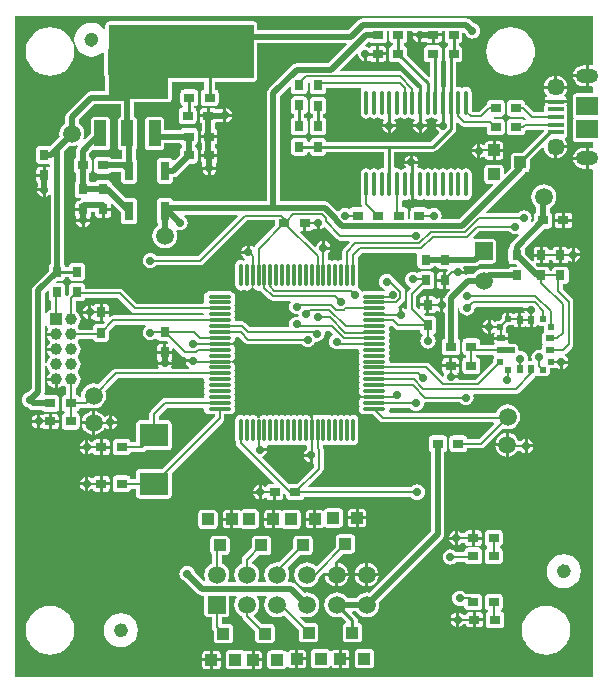
<source format=gtl>
G04 Layer_Physical_Order=1*
G04 Layer_Color=255*
%FSLAX43Y43*%
%MOMM*%
G71*
G01*
G75*
%ADD10C,0.600*%
%ADD11O,0.350X2.100*%
%ADD12R,0.900X0.800*%
%ADD13R,0.800X0.900*%
%ADD14R,1.016X1.016*%
%ADD15R,1.900X1.500*%
%ADD16R,1.350X0.400*%
%ADD17C,1.500*%
%ADD18R,3.300X2.200*%
%ADD19R,1.000X2.200*%
%ADD20R,0.800X1.600*%
%ADD21R,1.016X1.016*%
%ADD22R,2.400X1.900*%
%ADD23R,0.700X0.500*%
%ADD24R,0.500X0.500*%
%ADD25R,0.500X0.500*%
%ADD26R,0.500X0.700*%
%ADD27R,1.500X0.500*%
%ADD28O,0.300X2.000*%
%ADD29O,2.000X0.300*%
%ADD30C,0.500*%
%ADD31C,0.200*%
%ADD32C,0.254*%
%ADD33O,1.900X1.250*%
%ADD34C,1.450*%
%ADD35R,1.500X1.500*%
%ADD36R,1.000X1.000*%
%ADD37C,1.000*%
%ADD38R,1.500X1.500*%
%ADD39C,0.700*%
G36*
X50000Y52910D02*
X49905Y52826D01*
X49825Y52837D01*
X49627D01*
Y51950D01*
Y51063D01*
X49825D01*
X49905Y51074D01*
X50000Y50990D01*
Y50456D01*
X48550D01*
X48433Y50433D01*
X48334Y50366D01*
X48267Y50267D01*
X48244Y50150D01*
Y48650D01*
X48267Y48533D01*
X48294Y48493D01*
X48323Y48400D01*
X48294Y48307D01*
X48267Y48267D01*
X48244Y48150D01*
Y46650D01*
X48267Y46533D01*
X48334Y46434D01*
X48433Y46367D01*
X48550Y46344D01*
X50000D01*
Y45910D01*
X49905Y45826D01*
X49825Y45837D01*
X49627D01*
Y44950D01*
Y44063D01*
X49825D01*
X49905Y44074D01*
X50000Y43990D01*
Y1000D01*
X1000D01*
Y57000D01*
X50000D01*
Y52910D01*
D02*
G37*
%LPC*%
G36*
X24908Y15214D02*
X23892D01*
X23775Y15191D01*
X23676Y15124D01*
X23538Y15147D01*
X23523Y15157D01*
X23424Y15177D01*
X23043D01*
Y14410D01*
Y13643D01*
X23424D01*
X23523Y13663D01*
X23529Y13667D01*
X23676Y13676D01*
X23775Y13609D01*
X23892Y13586D01*
X24908D01*
X25025Y13609D01*
X25124Y13676D01*
X25191Y13775D01*
X25214Y13892D01*
Y14908D01*
X25191Y15025D01*
X25124Y15124D01*
X25025Y15191D01*
X24908Y15214D01*
D02*
G37*
G36*
X28492Y15324D02*
X27476D01*
X27359Y15300D01*
X27260Y15234D01*
X27217Y15170D01*
X27211Y15165D01*
X27095Y15132D01*
X27063Y15131D01*
X27039Y15147D01*
X26940Y15167D01*
X26559D01*
Y14400D01*
Y13633D01*
X26940D01*
X27039Y13653D01*
X27123Y13709D01*
X27141Y13735D01*
X27238Y13776D01*
X27298Y13760D01*
X27359Y13719D01*
X27476Y13696D01*
X28492D01*
X28609Y13719D01*
X28708Y13786D01*
X28775Y13885D01*
X28798Y14002D01*
Y15018D01*
X28775Y15135D01*
X28708Y15234D01*
X28609Y15300D01*
X28492Y15324D01*
D02*
G37*
G36*
X29889Y15277D02*
X29508D01*
X29409Y15257D01*
X29325Y15201D01*
X29269Y15117D01*
X29249Y15018D01*
Y14637D01*
X29889D01*
Y15277D01*
D02*
G37*
G36*
X30524D02*
X30143D01*
Y14637D01*
X30783D01*
Y15018D01*
X30763Y15117D01*
X30707Y15201D01*
X30623Y15257D01*
X30524Y15277D01*
D02*
G37*
G36*
X21392Y15224D02*
X20376D01*
X20259Y15200D01*
X20160Y15134D01*
X20013Y15143D01*
X20007Y15147D01*
X19908Y15167D01*
X19527D01*
Y14400D01*
Y13633D01*
X19908D01*
X20007Y13653D01*
X20022Y13663D01*
X20160Y13686D01*
X20259Y13619D01*
X20376Y13596D01*
X21392D01*
X21509Y13619D01*
X21608Y13686D01*
X21675Y13785D01*
X21698Y13902D01*
Y14918D01*
X21675Y15035D01*
X21608Y15134D01*
X21509Y15200D01*
X21392Y15224D01*
D02*
G37*
G36*
X21673Y17291D02*
X21564Y17269D01*
X21365Y17135D01*
X21231Y16936D01*
X21209Y16827D01*
X21673D01*
Y17291D01*
D02*
G37*
G36*
X6973Y17991D02*
X6864Y17969D01*
X6665Y17835D01*
X6531Y17636D01*
X6509Y17527D01*
X6973D01*
Y17991D01*
D02*
G37*
G36*
Y17273D02*
X6509D01*
X6531Y17164D01*
X6665Y16965D01*
X6864Y16831D01*
X6973Y16809D01*
Y17273D01*
D02*
G37*
G36*
X21673Y16573D02*
X21209D01*
X21231Y16464D01*
X21365Y16265D01*
X21564Y16131D01*
X21673Y16109D01*
Y16573D01*
D02*
G37*
G36*
X9045Y17273D02*
X8463D01*
Y16741D01*
X8786D01*
X8885Y16761D01*
X8970Y16817D01*
X9026Y16901D01*
X9045Y17000D01*
Y17273D01*
D02*
G37*
G36*
X26305Y14273D02*
X25665D01*
Y13892D01*
X25685Y13793D01*
X25741Y13709D01*
X25825Y13653D01*
X25924Y13633D01*
X26305D01*
Y14273D01*
D02*
G37*
G36*
X22789Y14283D02*
X22149D01*
Y13902D01*
X22169Y13803D01*
X22225Y13719D01*
X22309Y13663D01*
X22408Y13643D01*
X22789D01*
Y14283D01*
D02*
G37*
G36*
X19273Y14273D02*
X18633D01*
Y13892D01*
X18653Y13793D01*
X18709Y13709D01*
X18793Y13653D01*
X18892Y13633D01*
X19273D01*
Y14273D01*
D02*
G37*
G36*
X39709Y13459D02*
X39386D01*
X39287Y13439D01*
X39203Y13383D01*
X39147Y13299D01*
X39129Y13208D01*
X38854D01*
X38835Y13235D01*
X38636Y13369D01*
X38527Y13391D01*
Y12800D01*
Y12209D01*
X38636Y12231D01*
X38835Y12365D01*
X38854Y12392D01*
X39129D01*
X39147Y12301D01*
X39203Y12217D01*
X39287Y12161D01*
X39386Y12141D01*
X39709D01*
Y12800D01*
Y13459D01*
D02*
G37*
G36*
X17876Y15214D02*
X16860D01*
X16743Y15191D01*
X16644Y15124D01*
X16577Y15025D01*
X16554Y14908D01*
Y13892D01*
X16577Y13775D01*
X16644Y13676D01*
X16743Y13609D01*
X16860Y13586D01*
X17876D01*
X17993Y13609D01*
X18092Y13676D01*
X18159Y13775D01*
X18182Y13892D01*
Y14908D01*
X18159Y15025D01*
X18092Y15124D01*
X17993Y15191D01*
X17876Y15214D01*
D02*
G37*
G36*
X26305Y15167D02*
X25924D01*
X25825Y15147D01*
X25741Y15091D01*
X25685Y15007D01*
X25665Y14908D01*
Y14527D01*
X26305D01*
Y15167D01*
D02*
G37*
G36*
X22789Y15177D02*
X22408D01*
X22309Y15157D01*
X22225Y15101D01*
X22169Y15017D01*
X22149Y14918D01*
Y14537D01*
X22789D01*
Y15177D01*
D02*
G37*
G36*
X19273Y15167D02*
X18892D01*
X18793Y15147D01*
X18709Y15091D01*
X18653Y15007D01*
X18633Y14908D01*
Y14527D01*
X19273D01*
Y15167D01*
D02*
G37*
G36*
X29889Y14383D02*
X29249D01*
Y14002D01*
X29269Y13903D01*
X29325Y13819D01*
X29409Y13763D01*
X29508Y13743D01*
X29889D01*
Y14383D01*
D02*
G37*
G36*
X30783D02*
X30143D01*
Y13743D01*
X30524D01*
X30623Y13763D01*
X30707Y13819D01*
X30763Y13903D01*
X30783Y14002D01*
Y14383D01*
D02*
G37*
G36*
X8786Y18059D02*
X8463D01*
Y17527D01*
X9045D01*
Y17800D01*
X9026Y17899D01*
X8970Y17983D01*
X8885Y18039D01*
X8786Y18059D01*
D02*
G37*
G36*
X9691Y22473D02*
X9227D01*
Y22009D01*
X9336Y22031D01*
X9535Y22165D01*
X9669Y22364D01*
X9691Y22473D01*
D02*
G37*
G36*
X4731Y22550D02*
X4149D01*
Y22018D01*
X4472D01*
X4571Y22038D01*
X4656Y22094D01*
X4712Y22178D01*
X4731Y22277D01*
Y22550D01*
D02*
G37*
G36*
X7807Y23546D02*
Y22550D01*
Y21554D01*
X7942Y21572D01*
X8186Y21673D01*
X8396Y21834D01*
X8557Y22044D01*
X8582Y22104D01*
X8715Y22131D01*
X8864Y22031D01*
X8973Y22009D01*
Y22600D01*
Y23191D01*
X8864Y23169D01*
X8695Y23056D01*
X8604Y23056D01*
X8540Y23078D01*
X8396Y23266D01*
X8186Y23427D01*
X7942Y23528D01*
X7807Y23546D01*
D02*
G37*
G36*
X8209Y21159D02*
X7886D01*
X7787Y21139D01*
X7703Y21083D01*
X7647Y20999D01*
X7647Y20997D01*
X7608Y20976D01*
X7509Y20953D01*
X7336Y21069D01*
X7227Y21091D01*
Y20500D01*
Y19909D01*
X7336Y19931D01*
X7509Y20047D01*
X7608Y20024D01*
X7647Y20003D01*
X7647Y20001D01*
X7703Y19917D01*
X7787Y19861D01*
X7886Y19841D01*
X8209D01*
Y20500D01*
Y21159D01*
D02*
G37*
G36*
X7553Y22423D02*
X6684D01*
X6702Y22288D01*
X6803Y22044D01*
X6964Y21834D01*
X7174Y21673D01*
X7418Y21572D01*
X7553Y21554D01*
Y22423D01*
D02*
G37*
G36*
X2896Y23268D02*
X2787Y23246D01*
X2588Y23112D01*
X2454Y22913D01*
X2432Y22804D01*
X2896D01*
Y23268D01*
D02*
G37*
G36*
X4472Y23336D02*
X4149D01*
Y22804D01*
X4731D01*
Y23077D01*
X4712Y23176D01*
X4656Y23260D01*
X4571Y23316D01*
X4472Y23336D01*
D02*
G37*
G36*
X9227Y23191D02*
Y22727D01*
X9691D01*
X9669Y22836D01*
X9535Y23035D01*
X9336Y23169D01*
X9227Y23191D01*
D02*
G37*
G36*
X2896Y22550D02*
X2432D01*
X2454Y22441D01*
X2588Y22242D01*
X2787Y22108D01*
X2896Y22086D01*
Y22550D01*
D02*
G37*
G36*
X7553Y23546D02*
X7418Y23528D01*
X7174Y23427D01*
X6964Y23266D01*
X6803Y23056D01*
X6702Y22812D01*
X6684Y22677D01*
X7553D01*
Y23546D01*
D02*
G37*
G36*
X6973Y20373D02*
X6509D01*
X6531Y20264D01*
X6665Y20065D01*
X6864Y19931D01*
X6973Y19909D01*
Y20373D01*
D02*
G37*
G36*
X42827Y21696D02*
Y20700D01*
Y19704D01*
X42962Y19722D01*
X43206Y19823D01*
X43416Y19984D01*
X43576Y20192D01*
X43846D01*
X43865Y20165D01*
X44064Y20031D01*
X44173Y20009D01*
Y20600D01*
Y21191D01*
X44064Y21169D01*
X43865Y21035D01*
X43846Y21008D01*
X43659D01*
X43577Y21206D01*
X43416Y21416D01*
X43206Y21577D01*
X42962Y21678D01*
X42827Y21696D01*
D02*
G37*
G36*
X9045Y20373D02*
X8463D01*
Y19841D01*
X8786D01*
X8885Y19861D01*
X8970Y19917D01*
X9026Y20001D01*
X9045Y20100D01*
Y20373D01*
D02*
G37*
G36*
X8209Y18059D02*
X7886D01*
X7787Y18039D01*
X7703Y17983D01*
X7647Y17899D01*
X7647Y17897D01*
X7608Y17876D01*
X7509Y17853D01*
X7336Y17969D01*
X7227Y17991D01*
Y17400D01*
Y16809D01*
X7336Y16831D01*
X7509Y16947D01*
X7608Y16924D01*
X7647Y16903D01*
X7647Y16901D01*
X7703Y16817D01*
X7787Y16761D01*
X7886Y16741D01*
X8209D01*
Y17400D01*
Y18059D01*
D02*
G37*
G36*
X42573Y20573D02*
X41704D01*
X41722Y20438D01*
X41823Y20194D01*
X41984Y19984D01*
X42194Y19823D01*
X42438Y19722D01*
X42573Y19704D01*
Y20573D01*
D02*
G37*
G36*
X44427Y21191D02*
Y20727D01*
X44891D01*
X44869Y20836D01*
X44735Y21035D01*
X44536Y21169D01*
X44427Y21191D01*
D02*
G37*
G36*
X42573Y21696D02*
X42438Y21678D01*
X42194Y21577D01*
X41984Y21416D01*
X41823Y21206D01*
X41722Y20962D01*
X41704Y20827D01*
X42573D01*
Y21696D01*
D02*
G37*
G36*
X6973Y21091D02*
X6864Y21069D01*
X6665Y20935D01*
X6531Y20736D01*
X6509Y20627D01*
X6973D01*
Y21091D01*
D02*
G37*
G36*
X44891Y20473D02*
X44427D01*
Y20009D01*
X44536Y20031D01*
X44735Y20165D01*
X44869Y20364D01*
X44891Y20473D01*
D02*
G37*
G36*
X8786Y21159D02*
X8463D01*
Y20627D01*
X9045D01*
Y20900D01*
X9026Y20999D01*
X8970Y21083D01*
X8885Y21139D01*
X8786Y21159D01*
D02*
G37*
G36*
X24757Y3357D02*
X24376D01*
X24277Y3337D01*
X24193Y3281D01*
X24137Y3197D01*
X24127Y3147D01*
X24068Y3131D01*
X23995Y3133D01*
X23940Y3214D01*
X23841Y3281D01*
X23724Y3304D01*
X22708D01*
X22591Y3281D01*
X22492Y3214D01*
X22425Y3115D01*
X22402Y2998D01*
Y1982D01*
X22425Y1865D01*
X22492Y1766D01*
X22591Y1700D01*
X22708Y1676D01*
X23724D01*
X23841Y1700D01*
X23940Y1766D01*
X24007Y1865D01*
X24022Y1943D01*
X24046Y1952D01*
X24154Y1957D01*
X24193Y1899D01*
X24277Y1843D01*
X24376Y1823D01*
X24757D01*
Y2590D01*
Y3357D01*
D02*
G37*
G36*
X10000Y6439D02*
X9627Y6390D01*
X9280Y6246D01*
X8982Y6018D01*
X8754Y5720D01*
X8610Y5373D01*
X8561Y5000D01*
X8610Y4627D01*
X8754Y4280D01*
X8982Y3982D01*
X9280Y3754D01*
X9627Y3610D01*
X10000Y3561D01*
X10373Y3610D01*
X10720Y3754D01*
X11018Y3982D01*
X11246Y4280D01*
X11390Y4627D01*
X11439Y5000D01*
X11390Y5373D01*
X11246Y5720D01*
X11018Y6018D01*
X10720Y6246D01*
X10373Y6390D01*
X10000Y6439D01*
D02*
G37*
G36*
X29092Y3357D02*
X28711D01*
Y2717D01*
X29351D01*
Y3098D01*
X29331Y3197D01*
X29275Y3281D01*
X29191Y3337D01*
X29092Y3357D01*
D02*
G37*
G36*
X18176Y3267D02*
X17795D01*
Y2627D01*
X18435D01*
Y3008D01*
X18415Y3107D01*
X18359Y3191D01*
X18275Y3247D01*
X18176Y3267D01*
D02*
G37*
G36*
X25392Y3357D02*
X25011D01*
Y2717D01*
X25651D01*
Y3098D01*
X25631Y3197D01*
X25575Y3281D01*
X25491Y3337D01*
X25392Y3357D01*
D02*
G37*
G36*
X38373Y6491D02*
X38264Y6469D01*
X38065Y6335D01*
X37931Y6136D01*
X37909Y6027D01*
X38373D01*
Y6491D01*
D02*
G37*
G36*
X40386Y6559D02*
X40063D01*
Y6027D01*
X40645D01*
Y6300D01*
X40626Y6399D01*
X40570Y6483D01*
X40486Y6539D01*
X40386Y6559D01*
D02*
G37*
G36*
X38373Y5773D02*
X37909D01*
X37931Y5664D01*
X38065Y5465D01*
X38264Y5331D01*
X38373Y5309D01*
Y5773D01*
D02*
G37*
G36*
X42014Y8106D02*
X41114D01*
X40997Y8083D01*
X40897Y8016D01*
X40831Y7917D01*
X40808Y7800D01*
Y7000D01*
X40831Y6883D01*
X40897Y6784D01*
X40997Y6717D01*
X41066Y6704D01*
X41082Y6639D01*
X41080Y6571D01*
X40997Y6516D01*
X40931Y6417D01*
X40908Y6300D01*
Y5500D01*
X40931Y5383D01*
X40997Y5284D01*
X41097Y5217D01*
X41214Y5194D01*
X42114D01*
X42231Y5217D01*
X42330Y5284D01*
X42396Y5383D01*
X42419Y5500D01*
Y6300D01*
X42396Y6417D01*
X42330Y6516D01*
X42231Y6583D01*
X42161Y6596D01*
X42145Y6661D01*
X42147Y6729D01*
X42230Y6784D01*
X42296Y6883D01*
X42319Y7000D01*
Y7800D01*
X42296Y7917D01*
X42230Y8016D01*
X42131Y8083D01*
X42014Y8106D01*
D02*
G37*
G36*
X40645Y5773D02*
X40063D01*
Y5241D01*
X40386D01*
X40486Y5261D01*
X40570Y5317D01*
X40626Y5401D01*
X40645Y5500D01*
Y5773D01*
D02*
G37*
G36*
X18435Y2373D02*
X17795D01*
Y1733D01*
X18176D01*
X18275Y1753D01*
X18359Y1809D01*
X18415Y1893D01*
X18435Y1992D01*
Y2373D01*
D02*
G37*
G36*
X31124Y3404D02*
X30108D01*
X29991Y3381D01*
X29892Y3314D01*
X29825Y3215D01*
X29802Y3098D01*
Y2082D01*
X29825Y1965D01*
X29892Y1866D01*
X29991Y1800D01*
X30108Y1776D01*
X31124D01*
X31241Y1800D01*
X31340Y1866D01*
X31407Y1965D01*
X31430Y2082D01*
Y3098D01*
X31407Y3215D01*
X31340Y3314D01*
X31241Y3381D01*
X31124Y3404D01*
D02*
G37*
G36*
X17541Y2373D02*
X16901D01*
Y1992D01*
X16921Y1893D01*
X16977Y1809D01*
X17061Y1753D01*
X17160Y1733D01*
X17541D01*
Y2373D01*
D02*
G37*
G36*
X20208Y3314D02*
X19192D01*
X19075Y3291D01*
X18976Y3224D01*
X18909Y3125D01*
X18886Y3008D01*
Y1992D01*
X18909Y1875D01*
X18976Y1776D01*
X19075Y1709D01*
X19192Y1686D01*
X20208D01*
X20325Y1709D01*
X20424Y1776D01*
X20562Y1753D01*
X20577Y1743D01*
X20676Y1723D01*
X21057D01*
Y2490D01*
Y3257D01*
X20676D01*
X20577Y3237D01*
X20571Y3233D01*
X20424Y3224D01*
X20325Y3291D01*
X20208Y3314D01*
D02*
G37*
G36*
X21951Y2363D02*
X21311D01*
Y1723D01*
X21692D01*
X21791Y1743D01*
X21875Y1799D01*
X21931Y1883D01*
X21951Y1982D01*
Y2363D01*
D02*
G37*
G36*
X21692Y3257D02*
X21311D01*
Y2617D01*
X21951D01*
Y2998D01*
X21931Y3097D01*
X21875Y3181D01*
X21791Y3237D01*
X21692Y3257D01*
D02*
G37*
G36*
X17541Y3267D02*
X17160D01*
X17061Y3247D01*
X16977Y3191D01*
X16921Y3107D01*
X16901Y3008D01*
Y2627D01*
X17541D01*
Y3267D01*
D02*
G37*
G36*
X29351Y2463D02*
X28711D01*
Y1823D01*
X29092D01*
X29191Y1843D01*
X29275Y1899D01*
X29331Y1983D01*
X29351Y2082D01*
Y2463D01*
D02*
G37*
G36*
X25651D02*
X25011D01*
Y1823D01*
X25392D01*
X25491Y1843D01*
X25575Y1899D01*
X25631Y1983D01*
X25651Y2082D01*
Y2463D01*
D02*
G37*
G36*
X27424Y3404D02*
X26408D01*
X26291Y3381D01*
X26192Y3314D01*
X26125Y3215D01*
X26102Y3098D01*
Y2082D01*
X26125Y1965D01*
X26192Y1866D01*
X26291Y1800D01*
X26408Y1776D01*
X27424D01*
X27541Y1800D01*
X27640Y1866D01*
X27707Y1965D01*
X27709Y1976D01*
X27823Y1982D01*
X27839Y1980D01*
X27893Y1899D01*
X27977Y1843D01*
X28076Y1823D01*
X28457D01*
Y2590D01*
Y3357D01*
X28076D01*
X27977Y3337D01*
X27893Y3281D01*
X27839Y3201D01*
X27823Y3198D01*
X27709Y3205D01*
X27707Y3215D01*
X27640Y3314D01*
X27541Y3381D01*
X27424Y3404D01*
D02*
G37*
G36*
X39809Y6559D02*
X39486D01*
X39387Y6539D01*
X39303Y6483D01*
X39247Y6399D01*
X39229Y6308D01*
X38954D01*
X38935Y6335D01*
X38736Y6469D01*
X38627Y6491D01*
Y5900D01*
Y5309D01*
X38736Y5331D01*
X38935Y5465D01*
X38954Y5492D01*
X39229D01*
X39247Y5401D01*
X39303Y5317D01*
X39387Y5261D01*
X39486Y5241D01*
X39809D01*
Y5900D01*
Y6559D01*
D02*
G37*
G36*
X29508Y13114D02*
X28492D01*
X28375Y13091D01*
X28276Y13024D01*
X28209Y12925D01*
X28186Y12808D01*
Y12063D01*
X26567Y10444D01*
X26489Y10449D01*
X26270Y10617D01*
X26014Y10723D01*
X25740Y10759D01*
X25466Y10723D01*
X25210Y10617D01*
X24991Y10449D01*
X24823Y10230D01*
X24717Y9974D01*
X24681Y9700D01*
X24717Y9426D01*
X24823Y9170D01*
X24991Y8951D01*
X25210Y8783D01*
X25466Y8677D01*
X25740Y8641D01*
X26014Y8677D01*
X26270Y8783D01*
X26489Y8951D01*
X26657Y9170D01*
X26763Y9426D01*
X26772Y9495D01*
X27164Y9887D01*
X27284Y9828D01*
X27284Y9827D01*
X28153D01*
Y10696D01*
X28152Y10696D01*
X28093Y10816D01*
X28763Y11486D01*
X29508D01*
X29625Y11509D01*
X29724Y11576D01*
X29791Y11675D01*
X29814Y11792D01*
Y12808D01*
X29791Y12925D01*
X29724Y13024D01*
X29625Y13091D01*
X29508Y13114D01*
D02*
G37*
G36*
X42014Y13506D02*
X41114D01*
X40997Y13483D01*
X40897Y13416D01*
X40831Y13317D01*
X40808Y13200D01*
Y12400D01*
X40831Y12283D01*
X40897Y12184D01*
X40997Y12117D01*
X41010Y12115D01*
Y11985D01*
X40997Y11983D01*
X40897Y11916D01*
X40831Y11817D01*
X40808Y11700D01*
Y10900D01*
X40831Y10783D01*
X40897Y10684D01*
X40997Y10617D01*
X41114Y10594D01*
X42014D01*
X42131Y10617D01*
X42230Y10684D01*
X42296Y10783D01*
X42319Y10900D01*
Y11700D01*
X42296Y11817D01*
X42230Y11916D01*
X42131Y11983D01*
X42117Y11985D01*
Y12115D01*
X42131Y12117D01*
X42230Y12184D01*
X42296Y12283D01*
X42319Y12400D01*
Y13200D01*
X42296Y13317D01*
X42230Y13416D01*
X42131Y13483D01*
X42014Y13506D01*
D02*
G37*
G36*
X30947Y10696D02*
Y9827D01*
X31816D01*
X31798Y9962D01*
X31697Y10206D01*
X31536Y10416D01*
X31326Y10577D01*
X31082Y10678D01*
X30947Y10696D01*
D02*
G37*
G36*
X28407D02*
Y9827D01*
X29276D01*
X29258Y9962D01*
X29157Y10206D01*
X28996Y10416D01*
X28786Y10577D01*
X28542Y10678D01*
X28407Y10696D01*
D02*
G37*
G36*
X30693D02*
X30558Y10678D01*
X30314Y10577D01*
X30104Y10416D01*
X29943Y10206D01*
X29842Y9962D01*
X29824Y9827D01*
X30693D01*
Y10696D01*
D02*
G37*
G36*
X38273Y13391D02*
X38164Y13369D01*
X37965Y13235D01*
X37831Y13036D01*
X37809Y12927D01*
X38273D01*
Y13391D01*
D02*
G37*
G36*
X40286Y13459D02*
X39963D01*
Y12927D01*
X40545D01*
Y13200D01*
X40526Y13299D01*
X40470Y13383D01*
X40386Y13439D01*
X40286Y13459D01*
D02*
G37*
G36*
X38273Y12673D02*
X37809D01*
X37831Y12564D01*
X37965Y12365D01*
X38164Y12231D01*
X38273Y12209D01*
Y12673D01*
D02*
G37*
G36*
X40286Y12006D02*
X39386D01*
X39269Y11983D01*
X39170Y11916D01*
X39104Y11817D01*
X39081Y11700D01*
Y11608D01*
X38406D01*
X38364Y11664D01*
X38228Y11768D01*
X38070Y11833D01*
X37900Y11856D01*
X37730Y11833D01*
X37572Y11768D01*
X37436Y11664D01*
X37332Y11528D01*
X37267Y11370D01*
X37244Y11200D01*
X37267Y11030D01*
X37332Y10872D01*
X37436Y10736D01*
X37572Y10632D01*
X37730Y10567D01*
X37900Y10544D01*
X38070Y10567D01*
X38228Y10632D01*
X38364Y10736D01*
X38406Y10792D01*
X39102D01*
X39104Y10783D01*
X39170Y10684D01*
X39269Y10617D01*
X39386Y10594D01*
X40286D01*
X40403Y10617D01*
X40503Y10684D01*
X40569Y10783D01*
X40592Y10900D01*
Y11700D01*
X40569Y11817D01*
X40503Y11916D01*
X40403Y11983D01*
X40286Y12006D01*
D02*
G37*
G36*
X40545Y12673D02*
X39963D01*
Y12141D01*
X40286D01*
X40386Y12161D01*
X40470Y12217D01*
X40526Y12301D01*
X40545Y12400D01*
Y12673D01*
D02*
G37*
G36*
X37286Y21506D02*
X36386D01*
X36269Y21483D01*
X36170Y21416D01*
X36104Y21317D01*
X36081Y21200D01*
Y20400D01*
X36104Y20283D01*
X36170Y20184D01*
X36269Y20117D01*
X36276Y20116D01*
Y13409D01*
X31055Y8188D01*
X30820Y8219D01*
X30546Y8183D01*
X30290Y8077D01*
X30071Y7909D01*
X29927Y7721D01*
X29173D01*
X29029Y7909D01*
X28810Y8077D01*
X28554Y8183D01*
X28280Y8219D01*
X28006Y8183D01*
X27750Y8077D01*
X27531Y7909D01*
X27363Y7690D01*
X27257Y7434D01*
X27221Y7160D01*
X27257Y6886D01*
X27363Y6630D01*
X27531Y6411D01*
X27750Y6243D01*
X28006Y6137D01*
X28280Y6101D01*
X28554Y6137D01*
X28648Y6176D01*
X29086Y5738D01*
X29087Y5724D01*
X29041Y5604D01*
X28975Y5591D01*
X28876Y5524D01*
X28809Y5425D01*
X28786Y5308D01*
Y4292D01*
X28809Y4175D01*
X28876Y4076D01*
X28975Y4009D01*
X29092Y3986D01*
X30108D01*
X30225Y4009D01*
X30324Y4076D01*
X30391Y4175D01*
X30414Y4292D01*
Y5308D01*
X30391Y5425D01*
X30324Y5524D01*
X30225Y5591D01*
X30108Y5614D01*
X30035D01*
Y5840D01*
X30002Y6007D01*
X29908Y6148D01*
X29574Y6482D01*
X29622Y6599D01*
X29927D01*
X30071Y6411D01*
X30290Y6243D01*
X30546Y6137D01*
X30820Y6101D01*
X31094Y6137D01*
X31350Y6243D01*
X31569Y6411D01*
X31737Y6630D01*
X31843Y6886D01*
X31879Y7160D01*
X31848Y7395D01*
X37233Y12780D01*
X37354Y12962D01*
X37397Y13176D01*
Y20116D01*
X37403Y20117D01*
X37503Y20184D01*
X37569Y20283D01*
X37592Y20400D01*
Y21200D01*
X37569Y21317D01*
X37503Y21416D01*
X37403Y21483D01*
X37286Y21506D01*
D02*
G37*
G36*
X47500Y11439D02*
X47127Y11390D01*
X46780Y11246D01*
X46482Y11018D01*
X46254Y10720D01*
X46110Y10373D01*
X46061Y10000D01*
X46110Y9627D01*
X46254Y9280D01*
X46482Y8982D01*
X46780Y8754D01*
X47127Y8610D01*
X47500Y8561D01*
X47873Y8610D01*
X48220Y8754D01*
X48518Y8982D01*
X48746Y9280D01*
X48890Y9627D01*
X48939Y10000D01*
X48890Y10373D01*
X48746Y10720D01*
X48518Y11018D01*
X48220Y11246D01*
X47873Y11390D01*
X47500Y11439D01*
D02*
G37*
G36*
X46000Y7064D02*
X45985Y7061D01*
X45970Y7063D01*
X45627Y7029D01*
X45598Y7020D01*
X45568Y7017D01*
X45238Y6917D01*
X45212Y6903D01*
X45183Y6894D01*
X44879Y6732D01*
X44856Y6713D01*
X44829Y6699D01*
X44563Y6480D01*
X44543Y6457D01*
X44520Y6437D01*
X44301Y6171D01*
X44287Y6144D01*
X44268Y6121D01*
X44106Y5817D01*
X44097Y5788D01*
X44083Y5762D01*
X43983Y5432D01*
X43980Y5402D01*
X43971Y5373D01*
X43937Y5030D01*
X43940Y5000D01*
X43937Y4970D01*
X43971Y4627D01*
X43980Y4598D01*
X43983Y4568D01*
X44083Y4238D01*
X44097Y4212D01*
X44106Y4183D01*
X44268Y3879D01*
X44287Y3856D01*
X44301Y3829D01*
X44520Y3563D01*
X44543Y3543D01*
X44563Y3520D01*
X44829Y3301D01*
X44856Y3287D01*
X44879Y3268D01*
X45183Y3106D01*
X45212Y3097D01*
X45238Y3083D01*
X45568Y2983D01*
X45598Y2980D01*
X45627Y2971D01*
X45970Y2937D01*
X45985Y2939D01*
X46000Y2936D01*
X46015Y2939D01*
X46030Y2937D01*
X46373Y2971D01*
X46402Y2980D01*
X46432Y2983D01*
X46762Y3083D01*
X46788Y3097D01*
X46817Y3106D01*
X47121Y3268D01*
X47144Y3287D01*
X47171Y3301D01*
X47437Y3520D01*
X47457Y3543D01*
X47480Y3563D01*
X47699Y3829D01*
X47713Y3856D01*
X47732Y3879D01*
X47894Y4183D01*
X47903Y4212D01*
X47917Y4238D01*
X48017Y4568D01*
X48020Y4598D01*
X48029Y4627D01*
X48063Y4970D01*
X48060Y5000D01*
X48063Y5030D01*
X48029Y5373D01*
X48020Y5402D01*
X48017Y5432D01*
X47917Y5762D01*
X47903Y5788D01*
X47894Y5817D01*
X47732Y6121D01*
X47713Y6144D01*
X47699Y6171D01*
X47480Y6437D01*
X47457Y6457D01*
X47437Y6480D01*
X47171Y6699D01*
X47144Y6713D01*
X47121Y6732D01*
X46817Y6894D01*
X46788Y6903D01*
X46762Y6917D01*
X46432Y7017D01*
X46402Y7020D01*
X46373Y7029D01*
X46030Y7063D01*
X46015Y7061D01*
X46000Y7064D01*
D02*
G37*
G36*
X38700Y8356D02*
X38530Y8333D01*
X38372Y8268D01*
X38236Y8164D01*
X38132Y8028D01*
X38067Y7870D01*
X38044Y7700D01*
X38067Y7530D01*
X38132Y7372D01*
X38236Y7236D01*
X38372Y7132D01*
X38530Y7067D01*
X38700Y7044D01*
X38870Y7067D01*
X38954Y7101D01*
X39081Y7019D01*
Y7000D01*
X39104Y6883D01*
X39170Y6784D01*
X39269Y6717D01*
X39386Y6694D01*
X40286D01*
X40403Y6717D01*
X40503Y6784D01*
X40569Y6883D01*
X40592Y7000D01*
Y7800D01*
X40569Y7917D01*
X40503Y8016D01*
X40403Y8083D01*
X40286Y8106D01*
X39546D01*
X39536Y8108D01*
X39536Y8108D01*
X39206D01*
X39164Y8164D01*
X39028Y8268D01*
X38870Y8333D01*
X38700Y8356D01*
D02*
G37*
G36*
X4000Y7064D02*
X3985Y7061D01*
X3970Y7063D01*
X3627Y7029D01*
X3598Y7020D01*
X3568Y7017D01*
X3238Y6917D01*
X3212Y6903D01*
X3183Y6894D01*
X2879Y6732D01*
X2856Y6713D01*
X2829Y6699D01*
X2563Y6480D01*
X2543Y6457D01*
X2520Y6437D01*
X2301Y6171D01*
X2287Y6144D01*
X2268Y6121D01*
X2106Y5817D01*
X2097Y5788D01*
X2083Y5762D01*
X1983Y5432D01*
X1980Y5402D01*
X1971Y5373D01*
X1937Y5030D01*
X1940Y5000D01*
X1937Y4970D01*
X1971Y4627D01*
X1980Y4598D01*
X1983Y4568D01*
X2083Y4238D01*
X2097Y4212D01*
X2106Y4183D01*
X2268Y3879D01*
X2287Y3856D01*
X2301Y3829D01*
X2520Y3563D01*
X2543Y3543D01*
X2563Y3520D01*
X2829Y3301D01*
X2856Y3287D01*
X2879Y3268D01*
X3183Y3106D01*
X3212Y3097D01*
X3238Y3083D01*
X3568Y2983D01*
X3598Y2980D01*
X3627Y2971D01*
X3970Y2937D01*
X3985Y2939D01*
X4000Y2936D01*
X4015Y2939D01*
X4030Y2937D01*
X4373Y2971D01*
X4402Y2980D01*
X4432Y2983D01*
X4762Y3083D01*
X4788Y3097D01*
X4817Y3106D01*
X5121Y3268D01*
X5144Y3287D01*
X5171Y3301D01*
X5437Y3520D01*
X5457Y3543D01*
X5480Y3563D01*
X5699Y3829D01*
X5713Y3856D01*
X5732Y3879D01*
X5894Y4183D01*
X5903Y4212D01*
X5917Y4238D01*
X6017Y4568D01*
X6020Y4598D01*
X6029Y4627D01*
X6063Y4970D01*
X6060Y5000D01*
X6063Y5030D01*
X6029Y5373D01*
X6020Y5402D01*
X6017Y5432D01*
X5917Y5762D01*
X5903Y5788D01*
X5894Y5817D01*
X5732Y6121D01*
X5713Y6144D01*
X5699Y6171D01*
X5480Y6437D01*
X5457Y6457D01*
X5437Y6480D01*
X5171Y6699D01*
X5144Y6713D01*
X5121Y6732D01*
X4817Y6894D01*
X4788Y6903D01*
X4762Y6917D01*
X4432Y7017D01*
X4402Y7020D01*
X4373Y7029D01*
X4030Y7063D01*
X4015Y7061D01*
X4000Y7064D01*
D02*
G37*
G36*
X31816Y9573D02*
X30947D01*
Y8704D01*
X31082Y8722D01*
X31326Y8823D01*
X31536Y8984D01*
X31697Y9194D01*
X31798Y9438D01*
X31816Y9573D01*
D02*
G37*
G36*
X22408Y13014D02*
X21392D01*
X21275Y12991D01*
X21176Y12924D01*
X21109Y12825D01*
X21086Y12708D01*
Y11963D01*
X20372Y11248D01*
X20283Y11116D01*
X20252Y10960D01*
X20252Y10960D01*
Y10668D01*
X20130Y10617D01*
X19911Y10449D01*
X19743Y10230D01*
X19637Y9974D01*
X19601Y9700D01*
X19637Y9426D01*
X19736Y9188D01*
X19687Y9061D01*
X19093D01*
X19044Y9188D01*
X19143Y9426D01*
X19179Y9700D01*
X19143Y9974D01*
X19037Y10230D01*
X18869Y10449D01*
X18650Y10617D01*
X18528Y10668D01*
Y11376D01*
X18892D01*
X19009Y11400D01*
X19108Y11466D01*
X19175Y11565D01*
X19198Y11682D01*
Y12698D01*
X19175Y12815D01*
X19108Y12914D01*
X19009Y12981D01*
X18892Y13004D01*
X17876D01*
X17759Y12981D01*
X17660Y12914D01*
X17593Y12815D01*
X17570Y12698D01*
Y11682D01*
X17593Y11565D01*
X17660Y11466D01*
X17712Y11431D01*
Y10668D01*
X17590Y10617D01*
X17371Y10449D01*
X17203Y10230D01*
X17097Y9974D01*
X17061Y9700D01*
X17097Y9426D01*
X17150Y9299D01*
X17080Y9138D01*
X17062Y9131D01*
X16235Y9958D01*
X16233Y9970D01*
X16168Y10128D01*
X16064Y10264D01*
X15928Y10368D01*
X15770Y10433D01*
X15600Y10456D01*
X15430Y10433D01*
X15272Y10368D01*
X15136Y10264D01*
X15032Y10128D01*
X14967Y9970D01*
X14944Y9800D01*
X14967Y9630D01*
X15032Y9472D01*
X15136Y9336D01*
X15272Y9232D01*
X15430Y9167D01*
X15442Y9165D01*
X16503Y8103D01*
X16685Y7982D01*
X16900Y7939D01*
X17040D01*
X17064Y7910D01*
Y6410D01*
X17087Y6293D01*
X17154Y6194D01*
X17253Y6127D01*
X17370Y6104D01*
X17712D01*
Y5274D01*
X17712Y5274D01*
X17743Y5118D01*
X17832Y4985D01*
X17870Y4947D01*
Y4202D01*
X17893Y4085D01*
X17960Y3986D01*
X18059Y3919D01*
X18176Y3896D01*
X19192D01*
X19309Y3919D01*
X19408Y3986D01*
X19475Y4085D01*
X19498Y4202D01*
Y5218D01*
X19475Y5335D01*
X19408Y5434D01*
X19309Y5500D01*
X19192Y5524D01*
X18528D01*
Y6104D01*
X18870D01*
X18987Y6127D01*
X19086Y6194D01*
X19153Y6293D01*
X19176Y6410D01*
Y7910D01*
X19200Y7939D01*
X19774D01*
X19837Y7812D01*
X19743Y7690D01*
X19637Y7434D01*
X19601Y7160D01*
X19637Y6886D01*
X19743Y6630D01*
X19911Y6411D01*
X20130Y6243D01*
X20262Y6188D01*
X20283Y6084D01*
X20372Y5952D01*
X21386Y4937D01*
Y4192D01*
X21409Y4075D01*
X21476Y3976D01*
X21575Y3909D01*
X21692Y3886D01*
X22708D01*
X22825Y3909D01*
X22924Y3976D01*
X22991Y4075D01*
X23014Y4192D01*
Y5208D01*
X22991Y5325D01*
X22924Y5424D01*
X22825Y5491D01*
X22708Y5514D01*
X21963D01*
X21283Y6194D01*
X21291Y6321D01*
X21409Y6411D01*
X21577Y6630D01*
X21683Y6886D01*
X21719Y7160D01*
X21683Y7434D01*
X21577Y7690D01*
X21483Y7812D01*
X21546Y7939D01*
X22314D01*
X22377Y7812D01*
X22283Y7690D01*
X22177Y7434D01*
X22141Y7160D01*
X22177Y6886D01*
X22283Y6630D01*
X22451Y6411D01*
X22670Y6243D01*
X22926Y6137D01*
X23200Y6101D01*
X23474Y6137D01*
X23730Y6243D01*
X23815Y6308D01*
X25086Y5037D01*
Y4292D01*
X25109Y4175D01*
X25176Y4076D01*
X25275Y4009D01*
X25392Y3986D01*
X26408D01*
X26525Y4009D01*
X26624Y4076D01*
X26691Y4175D01*
X26714Y4292D01*
Y5308D01*
X26691Y5425D01*
X26624Y5524D01*
X26525Y5591D01*
X26408Y5614D01*
X25663D01*
X25135Y6142D01*
X25210Y6243D01*
X25466Y6137D01*
X25740Y6101D01*
X26014Y6137D01*
X26270Y6243D01*
X26489Y6411D01*
X26657Y6630D01*
X26763Y6886D01*
X26799Y7160D01*
X26763Y7434D01*
X26657Y7690D01*
X26489Y7909D01*
X26270Y8077D01*
X26014Y8183D01*
X25740Y8219D01*
X25505Y8188D01*
X24797Y8897D01*
X24615Y9018D01*
X24400Y9061D01*
X24173D01*
X24124Y9188D01*
X24223Y9426D01*
X24259Y9700D01*
X24223Y9974D01*
X24117Y10230D01*
X24080Y10278D01*
X25179Y11376D01*
X25924D01*
X26041Y11400D01*
X26140Y11466D01*
X26207Y11565D01*
X26230Y11682D01*
Y12698D01*
X26207Y12815D01*
X26140Y12914D01*
X26041Y12981D01*
X25924Y13004D01*
X24908D01*
X24791Y12981D01*
X24692Y12914D01*
X24625Y12815D01*
X24602Y12698D01*
Y11953D01*
X23384Y10735D01*
X23200Y10759D01*
X22926Y10723D01*
X22670Y10617D01*
X22451Y10449D01*
X22283Y10230D01*
X22177Y9974D01*
X22141Y9700D01*
X22177Y9426D01*
X22276Y9188D01*
X22227Y9061D01*
X21633D01*
X21584Y9188D01*
X21683Y9426D01*
X21719Y9700D01*
X21683Y9974D01*
X21577Y10230D01*
X21409Y10449D01*
X21190Y10617D01*
X21068Y10668D01*
Y10791D01*
X21663Y11386D01*
X22408D01*
X22525Y11409D01*
X22624Y11476D01*
X22691Y11575D01*
X22714Y11692D01*
Y12708D01*
X22691Y12825D01*
X22624Y12924D01*
X22525Y12991D01*
X22408Y13014D01*
D02*
G37*
G36*
X30693Y9573D02*
X29824D01*
X29842Y9438D01*
X29943Y9194D01*
X30104Y8984D01*
X30314Y8823D01*
X30558Y8722D01*
X30693Y8704D01*
Y9573D01*
D02*
G37*
G36*
X28153D02*
X27284D01*
X27302Y9438D01*
X27403Y9194D01*
X27564Y8984D01*
X27774Y8823D01*
X28018Y8722D01*
X28153Y8704D01*
Y9573D01*
D02*
G37*
G36*
X29276D02*
X28407D01*
Y8704D01*
X28542Y8722D01*
X28786Y8823D01*
X28996Y8984D01*
X29157Y9194D01*
X29258Y9438D01*
X29276Y9573D01*
D02*
G37*
G36*
X29650Y23259D02*
X29474Y23224D01*
X29400Y23174D01*
X29326Y23224D01*
X29150Y23259D01*
X28974Y23224D01*
X28900Y23174D01*
X28826Y23224D01*
X28650Y23259D01*
X28474Y23224D01*
X28400Y23174D01*
X28326Y23224D01*
X28150Y23259D01*
X27974Y23224D01*
X27900Y23174D01*
X27826Y23224D01*
X27650Y23259D01*
X27474Y23224D01*
X27400Y23174D01*
X27326Y23224D01*
X27150Y23259D01*
X26974Y23224D01*
X26900Y23174D01*
X26826Y23224D01*
X26650Y23259D01*
X26474Y23224D01*
X26359Y23146D01*
X26308Y23181D01*
X26277Y23187D01*
Y23052D01*
X26226Y22976D01*
X26191Y22800D01*
Y21950D01*
X26109D01*
Y22800D01*
X26074Y22976D01*
X26023Y23052D01*
Y23187D01*
X25992Y23181D01*
X25941Y23146D01*
X25826Y23224D01*
X25650Y23259D01*
X25474Y23224D01*
X25400Y23174D01*
X25326Y23224D01*
X25150Y23259D01*
X24974Y23224D01*
X24900Y23174D01*
X24826Y23224D01*
X24650Y23259D01*
X24474Y23224D01*
X24400Y23174D01*
X24326Y23224D01*
X24150Y23259D01*
X23974Y23224D01*
X23900Y23174D01*
X23826Y23224D01*
X23650Y23259D01*
X23474Y23224D01*
X23400Y23174D01*
X23326Y23224D01*
X23150Y23259D01*
X22974Y23224D01*
X22900Y23174D01*
X22826Y23224D01*
X22650Y23259D01*
X22474Y23224D01*
X22400Y23174D01*
X22326Y23224D01*
X22150Y23259D01*
X21974Y23224D01*
X21859Y23146D01*
X21808Y23181D01*
X21777Y23187D01*
Y23052D01*
X21726Y22976D01*
X21691Y22800D01*
Y21950D01*
X21609D01*
Y22800D01*
X21574Y22976D01*
X21523Y23052D01*
Y23187D01*
X21492Y23181D01*
X21441Y23146D01*
X21326Y23224D01*
X21150Y23259D01*
X20974Y23224D01*
X20900Y23174D01*
X20826Y23224D01*
X20650Y23259D01*
X20474Y23224D01*
X20400Y23174D01*
X20326Y23224D01*
X20150Y23259D01*
X19974Y23224D01*
X19826Y23124D01*
X19726Y22976D01*
X19691Y22800D01*
Y21100D01*
X19726Y20924D01*
X19742Y20900D01*
Y20850D01*
X19742Y20850D01*
X19773Y20694D01*
X19862Y20562D01*
X22947Y17476D01*
X22898Y17359D01*
X22586D01*
X22487Y17339D01*
X22403Y17283D01*
X22347Y17199D01*
X22347Y17197D01*
X22308Y17176D01*
X22209Y17153D01*
X22036Y17269D01*
X21927Y17291D01*
Y16700D01*
Y16109D01*
X22036Y16131D01*
X22209Y16247D01*
X22308Y16224D01*
X22347Y16203D01*
X22347Y16201D01*
X22403Y16117D01*
X22487Y16061D01*
X22586Y16041D01*
X22909D01*
Y16700D01*
X23163D01*
Y16041D01*
X23486D01*
X23586Y16061D01*
X23670Y16117D01*
X23726Y16201D01*
X23745Y16300D01*
Y16512D01*
X23863Y16561D01*
X24008Y16416D01*
Y16300D01*
X24031Y16183D01*
X24097Y16084D01*
X24197Y16017D01*
X24314Y15994D01*
X25214D01*
X25331Y16017D01*
X25430Y16084D01*
X25496Y16183D01*
X25518Y16292D01*
X34594D01*
X34636Y16236D01*
X34772Y16132D01*
X34930Y16067D01*
X35100Y16044D01*
X35270Y16067D01*
X35428Y16132D01*
X35564Y16236D01*
X35668Y16372D01*
X35733Y16530D01*
X35756Y16700D01*
X35733Y16870D01*
X35668Y17028D01*
X35564Y17164D01*
X35428Y17268D01*
X35270Y17333D01*
X35100Y17356D01*
X34930Y17333D01*
X34772Y17268D01*
X34636Y17164D01*
X34594Y17108D01*
X25914D01*
X25866Y17225D01*
X27038Y18398D01*
X27127Y18530D01*
X27158Y18686D01*
X27158Y18686D01*
Y20300D01*
X27158Y20300D01*
X27127Y20456D01*
X27080Y20526D01*
X27140Y20633D01*
X27150Y20641D01*
X27326Y20676D01*
X27400Y20726D01*
X27474Y20676D01*
X27650Y20641D01*
X27826Y20676D01*
X27900Y20726D01*
X27974Y20676D01*
X28150Y20641D01*
X28326Y20676D01*
X28400Y20726D01*
X28474Y20676D01*
X28650Y20641D01*
X28826Y20676D01*
X28900Y20726D01*
X28974Y20676D01*
X29150Y20641D01*
X29326Y20676D01*
X29400Y20726D01*
X29474Y20676D01*
X29650Y20641D01*
X29826Y20676D01*
X29974Y20776D01*
X30074Y20924D01*
X30109Y21100D01*
Y22800D01*
X30074Y22976D01*
X29974Y23124D01*
X29826Y23224D01*
X29650Y23259D01*
D02*
G37*
G36*
X48173Y39573D02*
X47591D01*
Y39041D01*
X47914D01*
X48013Y39061D01*
X48097Y39117D01*
X48153Y39201D01*
X48173Y39300D01*
Y39573D01*
D02*
G37*
G36*
X47337D02*
X46755D01*
Y39300D01*
X46774Y39201D01*
X46830Y39117D01*
X46915Y39061D01*
X47014Y39041D01*
X47337D01*
Y39573D01*
D02*
G37*
G36*
Y40359D02*
X47014D01*
X46915Y40339D01*
X46830Y40283D01*
X46774Y40199D01*
X46755Y40100D01*
Y39827D01*
X47337D01*
Y40359D01*
D02*
G37*
G36*
X3373Y42173D02*
X2909D01*
X2931Y42064D01*
X3065Y41865D01*
X3264Y41731D01*
X3373Y41709D01*
Y42173D01*
D02*
G37*
G36*
X47914Y40359D02*
X47591D01*
Y39827D01*
X48173D01*
Y40100D01*
X48153Y40199D01*
X48097Y40283D01*
X48013Y40339D01*
X47914Y40359D01*
D02*
G37*
G36*
X47073Y37473D02*
X46800D01*
X46701Y37453D01*
X46617Y37397D01*
X46561Y37313D01*
X46541Y37214D01*
Y37171D01*
X46259D01*
Y37214D01*
X46239Y37313D01*
X46183Y37397D01*
X46099Y37453D01*
X46000Y37473D01*
X45727D01*
Y36764D01*
Y36055D01*
X46000D01*
X46099Y36074D01*
X46183Y36130D01*
X46239Y36215D01*
X46259Y36314D01*
Y36356D01*
X46541D01*
Y36314D01*
X46561Y36215D01*
X46617Y36130D01*
X46701Y36074D01*
X46800Y36055D01*
X47073D01*
Y36764D01*
Y37473D01*
D02*
G37*
G36*
X47600D02*
X47327D01*
Y36764D01*
Y36055D01*
X47600D01*
X47699Y36074D01*
X47783Y36130D01*
X47839Y36215D01*
X47842Y36227D01*
X47983Y36285D01*
X48064Y36231D01*
X48173Y36209D01*
Y36800D01*
Y37391D01*
X48064Y37369D01*
X47970Y37306D01*
X47839Y37313D01*
X47783Y37397D01*
X47699Y37453D01*
X47600Y37473D01*
D02*
G37*
G36*
X47771Y50823D02*
X46800D01*
X45829D01*
X45846Y50694D01*
X45945Y50456D01*
X46047Y50323D01*
X46037Y50257D01*
X46002Y50174D01*
X45942Y50133D01*
X45886Y50049D01*
X45866Y49950D01*
Y49877D01*
X46800D01*
X47734D01*
Y49950D01*
X47714Y50049D01*
X47658Y50133D01*
X47598Y50174D01*
X47563Y50257D01*
X47553Y50323D01*
X47655Y50456D01*
X47754Y50694D01*
X47771Y50823D01*
D02*
G37*
G36*
X48891Y36673D02*
X48427D01*
Y36209D01*
X48536Y36231D01*
X48735Y36365D01*
X48869Y36564D01*
X48891Y36673D01*
D02*
G37*
G36*
X48427Y37391D02*
Y36927D01*
X48891D01*
X48869Y37036D01*
X48735Y37235D01*
X48536Y37369D01*
X48427Y37391D01*
D02*
G37*
G36*
X45473Y37473D02*
X45200D01*
X45101Y37453D01*
X45017Y37397D01*
X44961Y37313D01*
X44941Y37214D01*
Y36891D01*
X45473D01*
Y37473D01*
D02*
G37*
G36*
X49373Y45837D02*
X49175D01*
X48946Y45806D01*
X48732Y45718D01*
X48548Y45577D01*
X48407Y45393D01*
X48319Y45179D01*
X48305Y45077D01*
X49373D01*
Y45837D01*
D02*
G37*
G36*
X40173Y45473D02*
X39709D01*
X39731Y45364D01*
X39865Y45165D01*
X40064Y45031D01*
X40173Y45009D01*
Y45473D01*
D02*
G37*
G36*
Y46191D02*
X40064Y46169D01*
X39865Y46035D01*
X39731Y45836D01*
X39709Y45727D01*
X40173D01*
Y46191D01*
D02*
G37*
G36*
X41463Y46383D02*
X41082D01*
X40983Y46363D01*
X40899Y46307D01*
X40843Y46223D01*
X40823Y46124D01*
Y46118D01*
X40818Y46113D01*
X40696Y46062D01*
X40536Y46169D01*
X40427Y46191D01*
Y45600D01*
Y45009D01*
X40536Y45031D01*
X40696Y45138D01*
X40764Y45122D01*
X40815Y45096D01*
X40828Y45085D01*
X40843Y45009D01*
X40899Y44925D01*
X40983Y44869D01*
X41082Y44849D01*
X41463D01*
Y45616D01*
Y46383D01*
D02*
G37*
G36*
X42098D02*
X41717D01*
Y45743D01*
X42357D01*
Y46124D01*
X42337Y46223D01*
X42281Y46307D01*
X42197Y46363D01*
X42098Y46383D01*
D02*
G37*
G36*
X47771Y45823D02*
X46927D01*
Y44979D01*
X47056Y44996D01*
X47294Y45095D01*
X47498Y45252D01*
X47655Y45456D01*
X47754Y45694D01*
X47771Y45823D01*
D02*
G37*
G36*
X49373Y44823D02*
X48305D01*
X48319Y44721D01*
X48407Y44507D01*
X48548Y44323D01*
X48732Y44182D01*
X48946Y44094D01*
X49175Y44063D01*
X49373D01*
Y44823D01*
D02*
G37*
G36*
X3373Y44245D02*
X3100D01*
X3001Y44226D01*
X2917Y44170D01*
X2861Y44085D01*
X2841Y43986D01*
Y43663D01*
X3373D01*
Y44245D01*
D02*
G37*
G36*
X34473Y45191D02*
X34364Y45169D01*
X34165Y45035D01*
X34031Y44836D01*
X34009Y44727D01*
X34473D01*
Y45191D01*
D02*
G37*
G36*
X42357Y45489D02*
X41717D01*
Y44849D01*
X42098D01*
X42197Y44869D01*
X42281Y44925D01*
X42337Y45009D01*
X42357Y45108D01*
Y45489D01*
D02*
G37*
G36*
X34727Y45191D02*
Y44727D01*
X35191D01*
X35169Y44836D01*
X35035Y45035D01*
X34836Y45169D01*
X34727Y45191D01*
D02*
G37*
G36*
X46673Y51921D02*
X46544Y51904D01*
X46306Y51805D01*
X46102Y51648D01*
X45945Y51444D01*
X45846Y51206D01*
X45829Y51077D01*
X46673D01*
Y51921D01*
D02*
G37*
G36*
X49373Y51823D02*
X48305D01*
X48319Y51721D01*
X48407Y51507D01*
X48548Y51323D01*
X48732Y51182D01*
X48946Y51094D01*
X49175Y51063D01*
X49373D01*
Y51823D01*
D02*
G37*
G36*
X39240Y56821D02*
X30510D01*
X30295Y56778D01*
X30113Y56657D01*
X29268Y55811D01*
X21556D01*
Y56250D01*
X21533Y56367D01*
X21466Y56466D01*
X21367Y56533D01*
X21250Y56556D01*
X9000D01*
X8883Y56533D01*
X8784Y56466D01*
X8717Y56367D01*
X8694Y56250D01*
Y55985D01*
X8574Y55945D01*
X8518Y56018D01*
X8220Y56246D01*
X7873Y56390D01*
X7500Y56439D01*
X7127Y56390D01*
X6780Y56246D01*
X6482Y56018D01*
X6254Y55720D01*
X6110Y55373D01*
X6061Y55000D01*
X6110Y54627D01*
X6254Y54280D01*
X6482Y53982D01*
X6780Y53754D01*
X7127Y53610D01*
X7500Y53561D01*
X7873Y53610D01*
X8220Y53754D01*
X8470Y53946D01*
X8597Y53885D01*
Y51983D01*
X8620Y51866D01*
X8687Y51767D01*
X8694Y51762D01*
Y50644D01*
X7505D01*
X7290Y50601D01*
X7108Y50480D01*
X5457Y48829D01*
X5336Y48647D01*
X5293Y48432D01*
Y47928D01*
X5105Y47784D01*
X4937Y47565D01*
X4831Y47309D01*
X4795Y47035D01*
X4826Y46800D01*
X4020Y45994D01*
X4017Y45996D01*
X3900Y46019D01*
X3100D01*
X2983Y45996D01*
X2884Y45930D01*
X2817Y45831D01*
X2794Y45714D01*
Y44814D01*
X2817Y44697D01*
X2884Y44597D01*
X2983Y44531D01*
X3100Y44508D01*
X3886D01*
X3988Y44417D01*
X3987Y44334D01*
X3900Y44245D01*
X3627D01*
Y43536D01*
X3500D01*
Y43409D01*
X2841D01*
Y43086D01*
X2861Y42987D01*
X2917Y42903D01*
X2939Y42888D01*
Y42548D01*
X2931Y42536D01*
X2909Y42427D01*
X3500D01*
Y42300D01*
X3627D01*
Y41709D01*
X3736Y41731D01*
X3912Y41849D01*
X4039Y41809D01*
Y36067D01*
X3984Y36030D01*
X3917Y35931D01*
X3894Y35814D01*
Y35451D01*
X2603Y34160D01*
X2482Y33978D01*
X2439Y33764D01*
Y25432D01*
X2142Y25135D01*
X2130Y25133D01*
X1972Y25068D01*
X1836Y24964D01*
X1732Y24828D01*
X1667Y24670D01*
X1644Y24500D01*
X1667Y24330D01*
X1732Y24172D01*
X1836Y24036D01*
X1972Y23932D01*
X2130Y23867D01*
X2164Y23862D01*
X2202Y23804D01*
X2384Y23683D01*
X2599Y23640D01*
X3319D01*
X3356Y23585D01*
X3455Y23518D01*
X3572Y23495D01*
X4472D01*
X4589Y23518D01*
X4689Y23585D01*
X4755Y23684D01*
X4778Y23801D01*
Y24601D01*
X4755Y24718D01*
X4689Y24817D01*
X4589Y24884D01*
X4472Y24907D01*
X3618D01*
X3589Y24930D01*
X3539Y24994D01*
X3526Y25027D01*
X3561Y25200D01*
Y33531D01*
X3777Y33747D01*
X3894Y33699D01*
Y33186D01*
X3917Y33069D01*
X3984Y32970D01*
X4083Y32904D01*
X4097Y32901D01*
Y32119D01*
X4005D01*
X3888Y32096D01*
X3789Y32029D01*
X3722Y31930D01*
X3699Y31813D01*
Y30813D01*
X3722Y30696D01*
X3789Y30597D01*
X3809Y30583D01*
X3846Y30423D01*
X3844Y30418D01*
X3770Y30240D01*
X3761Y30170D01*
X4505D01*
Y29916D01*
X3761D01*
X3770Y29846D01*
X3846Y29663D01*
X3967Y29505D01*
X4011Y29472D01*
Y29344D01*
X3967Y29311D01*
X3846Y29153D01*
X3770Y28970D01*
X3761Y28900D01*
X4505D01*
Y28646D01*
X3761D01*
X3770Y28576D01*
X3846Y28393D01*
X3967Y28235D01*
X3973Y28230D01*
Y28103D01*
X3934Y28074D01*
X3806Y27906D01*
X3726Y27712D01*
X3698Y27503D01*
X3726Y27294D01*
X3806Y27100D01*
X3934Y26932D01*
X3973Y26903D01*
Y26776D01*
X3967Y26771D01*
X3846Y26613D01*
X3770Y26430D01*
X3761Y26360D01*
X4505D01*
Y26233D01*
X4632D01*
Y25489D01*
X4702Y25498D01*
X4885Y25574D01*
X5043Y25695D01*
X5048Y25701D01*
X5175D01*
X5204Y25662D01*
X5342Y25557D01*
Y24907D01*
X5300D01*
X5183Y24884D01*
X5083Y24817D01*
X5017Y24718D01*
X4994Y24601D01*
Y23801D01*
X5017Y23684D01*
X5083Y23585D01*
X5183Y23518D01*
X5256Y23504D01*
Y23374D01*
X5183Y23360D01*
X5083Y23293D01*
X5017Y23194D01*
X4994Y23077D01*
Y22277D01*
X5017Y22160D01*
X5083Y22061D01*
X5183Y21994D01*
X5300Y21971D01*
X6200D01*
X6317Y21994D01*
X6416Y22061D01*
X6482Y22160D01*
X6505Y22277D01*
Y23077D01*
X6482Y23194D01*
X6416Y23293D01*
X6317Y23360D01*
X6243Y23374D01*
Y23504D01*
X6317Y23518D01*
X6416Y23585D01*
X6482Y23684D01*
X6504Y23793D01*
X7045D01*
X7045Y23793D01*
X7201Y23824D01*
X7269Y23870D01*
X7406Y23813D01*
X7680Y23777D01*
X7954Y23813D01*
X8210Y23919D01*
X8429Y24087D01*
X8597Y24306D01*
X8703Y24562D01*
X8739Y24836D01*
X8703Y25110D01*
X8653Y25232D01*
X9763Y26342D01*
X16966D01*
X17041Y26250D01*
X17076Y26074D01*
X17126Y26000D01*
X17076Y25926D01*
X17041Y25750D01*
X17076Y25574D01*
X17126Y25500D01*
X17076Y25426D01*
X17041Y25250D01*
X17076Y25074D01*
X17126Y25000D01*
X17076Y24926D01*
X17041Y24750D01*
X16966Y24658D01*
X13750D01*
X13750Y24658D01*
X13594Y24627D01*
X13462Y24538D01*
X12512Y23588D01*
X12423Y23456D01*
X12392Y23300D01*
X12392Y23300D01*
Y22756D01*
X11600D01*
X11483Y22733D01*
X11384Y22666D01*
X11317Y22567D01*
X11294Y22450D01*
Y20908D01*
X10818D01*
X10796Y21017D01*
X10730Y21116D01*
X10631Y21183D01*
X10514Y21206D01*
X9614D01*
X9497Y21183D01*
X9397Y21116D01*
X9331Y21017D01*
X9308Y20900D01*
Y20100D01*
X9331Y19983D01*
X9397Y19884D01*
X9497Y19817D01*
X9614Y19794D01*
X10514D01*
X10631Y19817D01*
X10730Y19884D01*
X10796Y19983D01*
X10818Y20092D01*
X11800D01*
X11800Y20092D01*
X11956Y20123D01*
X12088Y20212D01*
X12121Y20244D01*
X14000D01*
X14117Y20267D01*
X14216Y20334D01*
X14283Y20433D01*
X14306Y20550D01*
Y22450D01*
X14283Y22567D01*
X14216Y22666D01*
X14117Y22733D01*
X14000Y22756D01*
X13208D01*
Y23131D01*
X13919Y23842D01*
X16966D01*
X17041Y23750D01*
X17076Y23574D01*
X17176Y23426D01*
X17324Y23326D01*
X17500Y23291D01*
X17942D01*
Y23119D01*
X13479Y18656D01*
X11600D01*
X11483Y18633D01*
X11384Y18566D01*
X11317Y18467D01*
X11294Y18350D01*
Y17808D01*
X10818D01*
X10796Y17917D01*
X10730Y18016D01*
X10631Y18083D01*
X10514Y18106D01*
X9614D01*
X9497Y18083D01*
X9397Y18016D01*
X9331Y17917D01*
X9308Y17800D01*
Y17000D01*
X9331Y16883D01*
X9397Y16784D01*
X9497Y16717D01*
X9614Y16694D01*
X10514D01*
X10631Y16717D01*
X10730Y16784D01*
X10796Y16883D01*
X10818Y16992D01*
X11294D01*
Y16450D01*
X11317Y16333D01*
X11384Y16234D01*
X11483Y16167D01*
X11600Y16144D01*
X14000D01*
X14117Y16167D01*
X14216Y16234D01*
X14283Y16333D01*
X14306Y16450D01*
Y18329D01*
X18638Y22662D01*
X18638Y22662D01*
X18727Y22794D01*
X18758Y22950D01*
Y23291D01*
X19200D01*
X19376Y23326D01*
X19524Y23426D01*
X19624Y23574D01*
X19659Y23750D01*
X19624Y23926D01*
X19574Y24000D01*
X19624Y24074D01*
X19659Y24250D01*
X19624Y24426D01*
X19574Y24500D01*
X19624Y24574D01*
X19659Y24750D01*
X19624Y24926D01*
X19574Y25000D01*
X19624Y25074D01*
X19659Y25250D01*
X19624Y25426D01*
X19574Y25500D01*
X19624Y25574D01*
X19659Y25750D01*
X19624Y25926D01*
X19574Y26000D01*
X19624Y26074D01*
X19659Y26250D01*
X19624Y26426D01*
X19574Y26500D01*
X19624Y26574D01*
X19659Y26750D01*
X19624Y26926D01*
X19574Y27000D01*
X19624Y27074D01*
X19659Y27250D01*
X19624Y27426D01*
X19547Y27541D01*
X19581Y27592D01*
X19587Y27623D01*
X19452D01*
X19376Y27674D01*
X19200Y27709D01*
X18350D01*
Y27791D01*
X19200D01*
X19376Y27826D01*
X19452Y27877D01*
X19587D01*
X19581Y27908D01*
X19546Y27959D01*
X19624Y28074D01*
X19659Y28250D01*
X19624Y28426D01*
X19574Y28500D01*
X19624Y28574D01*
X19659Y28750D01*
X19624Y28926D01*
X19547Y29041D01*
X19581Y29092D01*
X19587Y29123D01*
X19452D01*
X19376Y29174D01*
X19200Y29209D01*
X18350D01*
Y29291D01*
X19200D01*
X19376Y29326D01*
X19452Y29377D01*
X19587D01*
X19581Y29408D01*
X19546Y29459D01*
X19624Y29574D01*
X19659Y29750D01*
X19734Y29842D01*
X19981D01*
X20512Y29312D01*
X20512Y29312D01*
X20644Y29223D01*
X20800Y29192D01*
X25294D01*
X25336Y29136D01*
X25472Y29032D01*
X25630Y28967D01*
X25800Y28944D01*
X25970Y28967D01*
X26128Y29032D01*
X26264Y29136D01*
X26368Y29272D01*
X26433Y29430D01*
X26438Y29466D01*
X26600Y29444D01*
X26770Y29467D01*
X26928Y29532D01*
X27064Y29636D01*
X27168Y29772D01*
X27233Y29930D01*
X27256Y30100D01*
X27240Y30215D01*
X27327Y30342D01*
X27700D01*
X27932Y30110D01*
X27903Y29959D01*
X27811Y29889D01*
X27707Y29753D01*
X27642Y29595D01*
X27619Y29425D01*
X27642Y29255D01*
X27707Y29097D01*
X27811Y28961D01*
X27947Y28857D01*
X28105Y28792D01*
X28275Y28769D01*
X28445Y28792D01*
X28566Y28842D01*
X30066D01*
X30141Y28750D01*
X30176Y28574D01*
X30226Y28500D01*
X30176Y28426D01*
X30141Y28250D01*
X30176Y28074D01*
X30226Y28000D01*
X30176Y27926D01*
X30141Y27750D01*
X30176Y27574D01*
X30226Y27500D01*
X30176Y27426D01*
X30141Y27250D01*
X30176Y27074D01*
X30226Y27000D01*
X30176Y26926D01*
X30141Y26750D01*
X30176Y26574D01*
X30226Y26500D01*
X30176Y26426D01*
X30141Y26250D01*
X30176Y26074D01*
X30226Y26000D01*
X30176Y25926D01*
X30141Y25750D01*
X30176Y25574D01*
X30226Y25500D01*
X30176Y25426D01*
X30141Y25250D01*
X30176Y25074D01*
X30253Y24959D01*
X30219Y24908D01*
X30213Y24877D01*
X30348D01*
X30424Y24826D01*
X30600Y24791D01*
X31450D01*
Y24709D01*
X30600D01*
X30424Y24674D01*
X30348Y24623D01*
X30213D01*
X30219Y24592D01*
X30253Y24541D01*
X30176Y24426D01*
X30141Y24250D01*
X30176Y24074D01*
X30226Y24000D01*
X30176Y23926D01*
X30141Y23750D01*
X30176Y23574D01*
X30276Y23426D01*
X30424Y23326D01*
X30600Y23291D01*
X31332D01*
X31912Y22712D01*
X32044Y22623D01*
X32200Y22592D01*
X32200Y22592D01*
X41523D01*
X41572Y22475D01*
X40305Y21208D01*
X39318D01*
X39296Y21317D01*
X39230Y21416D01*
X39131Y21483D01*
X39014Y21506D01*
X38114D01*
X37997Y21483D01*
X37897Y21416D01*
X37831Y21317D01*
X37808Y21200D01*
Y20400D01*
X37831Y20283D01*
X37897Y20184D01*
X37997Y20117D01*
X38114Y20094D01*
X39014D01*
X39131Y20117D01*
X39230Y20184D01*
X39296Y20283D01*
X39318Y20392D01*
X40474D01*
X40474Y20392D01*
X40630Y20423D01*
X40762Y20512D01*
X42336Y22085D01*
X42458Y22035D01*
X42732Y21999D01*
X43006Y22035D01*
X43262Y22141D01*
X43481Y22309D01*
X43649Y22528D01*
X43755Y22784D01*
X43791Y23058D01*
X43755Y23332D01*
X43649Y23588D01*
X43481Y23807D01*
X43262Y23975D01*
X43006Y24081D01*
X42732Y24117D01*
X42458Y24081D01*
X42202Y23975D01*
X41983Y23807D01*
X41815Y23588D01*
X41740Y23408D01*
X32765D01*
X32697Y23535D01*
X32724Y23574D01*
X32759Y23750D01*
X32793Y23792D01*
X34494D01*
X34536Y23736D01*
X34672Y23632D01*
X34830Y23567D01*
X35000Y23544D01*
X35170Y23567D01*
X35328Y23632D01*
X35464Y23736D01*
X35568Y23872D01*
X35633Y24030D01*
X35653Y24183D01*
X35679Y24230D01*
X35727Y24275D01*
X35772Y24292D01*
X38694D01*
X38736Y24236D01*
X38872Y24132D01*
X39030Y24067D01*
X39200Y24044D01*
X39370Y24067D01*
X39528Y24132D01*
X39664Y24236D01*
X39768Y24372D01*
X39833Y24530D01*
X39856Y24700D01*
X39833Y24870D01*
X39821Y24900D01*
X39891Y25006D01*
X43414D01*
X43414Y25006D01*
X43570Y25037D01*
X43702Y25125D01*
X45038Y26462D01*
X45038Y26462D01*
X45069Y26508D01*
X45117Y26517D01*
X45157Y26544D01*
X45250Y26573D01*
X45343Y26544D01*
X45383Y26517D01*
X45500Y26494D01*
X46000D01*
X46117Y26517D01*
X46216Y26584D01*
X46283Y26683D01*
X46306Y26800D01*
Y27191D01*
X46650D01*
X46749Y27211D01*
X46865Y27265D01*
X47064Y27131D01*
X47173Y27109D01*
Y27700D01*
X47300D01*
Y27827D01*
X47891D01*
X47869Y27936D01*
X47735Y28135D01*
X47616Y28215D01*
X47620Y28366D01*
X47688Y28412D01*
X48188Y28912D01*
X48277Y29044D01*
X48308Y29200D01*
X48308Y29200D01*
Y32800D01*
X48277Y32956D01*
X48188Y33088D01*
X48188Y33088D01*
X47408Y33869D01*
Y34281D01*
X47600D01*
X47717Y34304D01*
X47816Y34370D01*
X47883Y34469D01*
X47906Y34586D01*
Y35486D01*
X47883Y35603D01*
X47816Y35703D01*
X47717Y35769D01*
X47600Y35792D01*
X46800D01*
X46683Y35769D01*
X46584Y35703D01*
X46517Y35603D01*
X46494Y35486D01*
Y35444D01*
X46306D01*
Y35486D01*
X46283Y35603D01*
X46216Y35703D01*
X46117Y35769D01*
X46000Y35792D01*
X45264D01*
X45115Y35942D01*
X45177Y36059D01*
X45200Y36055D01*
X45473D01*
Y36637D01*
X44941D01*
Y36314D01*
X44946Y36291D01*
X44829Y36228D01*
X44206Y36851D01*
Y37214D01*
X44183Y37331D01*
X44174Y37344D01*
X45824Y38994D01*
X46186D01*
X46303Y39017D01*
X46403Y39084D01*
X46469Y39183D01*
X46492Y39300D01*
Y40100D01*
X46469Y40217D01*
X46403Y40316D01*
X46303Y40383D01*
X46297Y40384D01*
Y40769D01*
X46330Y40783D01*
X46549Y40951D01*
X46717Y41170D01*
X46823Y41426D01*
X46859Y41700D01*
X46823Y41974D01*
X46717Y42230D01*
X46549Y42449D01*
X46330Y42617D01*
X46074Y42723D01*
X45800Y42759D01*
X45526Y42723D01*
X45270Y42617D01*
X45051Y42449D01*
X44883Y42230D01*
X44777Y41974D01*
X44741Y41700D01*
X44777Y41426D01*
X44883Y41170D01*
X45051Y40951D01*
X45176Y40856D01*
Y40384D01*
X45169Y40383D01*
X45070Y40316D01*
X45004Y40217D01*
X44981Y40100D01*
Y39737D01*
X44841Y39597D01*
X44733Y39669D01*
X44758Y39730D01*
X44781Y39900D01*
X44758Y40070D01*
X44693Y40228D01*
X44589Y40364D01*
X44453Y40468D01*
X44295Y40533D01*
X44125Y40556D01*
X43955Y40533D01*
X43797Y40468D01*
X43661Y40364D01*
X43619Y40308D01*
X40925D01*
X40877Y40425D01*
X44197Y43745D01*
X44224Y43786D01*
X44308D01*
X44425Y43809D01*
X44524Y43876D01*
X44591Y43975D01*
X44614Y44092D01*
Y44798D01*
X45694Y45878D01*
X45828Y45833D01*
X45846Y45694D01*
X45945Y45456D01*
X46102Y45252D01*
X46306Y45095D01*
X46544Y44996D01*
X46673Y44979D01*
Y45950D01*
X46800D01*
Y46077D01*
X47771D01*
X47754Y46206D01*
X47655Y46444D01*
X47584Y46536D01*
X47586Y46571D01*
X47626Y46690D01*
X47691Y46734D01*
X47758Y46833D01*
X47781Y46950D01*
Y47350D01*
X47758Y47467D01*
X47752Y47475D01*
X47758Y47483D01*
X47781Y47600D01*
Y48000D01*
X47758Y48117D01*
X47752Y48125D01*
X47758Y48133D01*
X47781Y48250D01*
Y48650D01*
X47758Y48767D01*
X47752Y48775D01*
X47758Y48783D01*
X47781Y48900D01*
Y49300D01*
X47758Y49417D01*
X47719Y49475D01*
X47734Y49550D01*
Y49623D01*
X46800D01*
X45866D01*
Y49550D01*
X45881Y49475D01*
X45842Y49417D01*
X45819Y49300D01*
Y48900D01*
X45785Y48858D01*
X44933D01*
X44302Y49488D01*
X44219Y49544D01*
Y49600D01*
X44196Y49717D01*
X44130Y49816D01*
X44031Y49883D01*
X43914Y49906D01*
X43014D01*
X42897Y49883D01*
X42797Y49816D01*
X42731Y49717D01*
X42708Y49600D01*
Y48800D01*
X42731Y48683D01*
X42797Y48584D01*
X42897Y48517D01*
X43014Y48494D01*
X43914D01*
X44031Y48517D01*
X44084Y48553D01*
X44312Y48325D01*
X44263Y48208D01*
X44214D01*
X44214Y48208D01*
X44145Y48194D01*
X44130Y48216D01*
X44031Y48283D01*
X43914Y48306D01*
X43014D01*
X42897Y48283D01*
X42797Y48216D01*
X42731Y48117D01*
X42708Y48000D01*
Y47200D01*
X42731Y47083D01*
X42797Y46984D01*
X42897Y46917D01*
X43014Y46894D01*
X43914D01*
X44031Y46917D01*
X44130Y46984D01*
X44196Y47083D01*
X44219Y47200D01*
Y47256D01*
X44302Y47312D01*
X44383Y47392D01*
X45785D01*
X45819Y47350D01*
Y47235D01*
X43998Y45414D01*
X43292D01*
X43175Y45391D01*
X43076Y45324D01*
X43009Y45225D01*
X42986Y45108D01*
Y44121D01*
X42521Y43656D01*
X42404Y43704D01*
Y44092D01*
X42381Y44209D01*
X42314Y44308D01*
X42215Y44375D01*
X42098Y44398D01*
X41082D01*
X40965Y44375D01*
X40866Y44308D01*
X40800Y44209D01*
X40776Y44092D01*
Y43076D01*
X40800Y42959D01*
X40866Y42860D01*
X40965Y42793D01*
X41082Y42770D01*
X41470D01*
X41518Y42653D01*
X38676Y39811D01*
X37198D01*
X37136Y39904D01*
X37134Y39938D01*
X37156Y40100D01*
X37133Y40270D01*
X37068Y40428D01*
X36964Y40564D01*
X36828Y40668D01*
X36670Y40733D01*
X36500Y40756D01*
X36330Y40733D01*
X36172Y40668D01*
X36123Y40630D01*
X36100Y40628D01*
X35963Y40667D01*
X35930Y40716D01*
X35831Y40783D01*
X35714Y40806D01*
X34814D01*
X34697Y40783D01*
X34597Y40716D01*
X34531Y40617D01*
X34508Y40500D01*
Y39811D01*
X34292D01*
Y40500D01*
X34269Y40617D01*
X34203Y40716D01*
X34103Y40783D01*
X33986Y40806D01*
X33783D01*
Y41324D01*
X33910Y41414D01*
X34025Y41391D01*
X34210Y41428D01*
X34367Y41533D01*
X34382Y41555D01*
X34508Y41471D01*
X34548Y41463D01*
Y42750D01*
X34802D01*
Y41463D01*
X34842Y41471D01*
X34968Y41555D01*
X34983Y41533D01*
X35140Y41428D01*
X35325Y41391D01*
X35510Y41428D01*
X35650Y41521D01*
X35790Y41428D01*
X35975Y41391D01*
X36160Y41428D01*
X36300Y41521D01*
X36440Y41428D01*
X36625Y41391D01*
X36810Y41428D01*
X36950Y41521D01*
X37090Y41428D01*
X37275Y41391D01*
X37460Y41428D01*
X37600Y41521D01*
X37740Y41428D01*
X37925Y41391D01*
X38110Y41428D01*
X38250Y41521D01*
X38390Y41428D01*
X38575Y41391D01*
X38760Y41428D01*
X38900Y41521D01*
X39040Y41428D01*
X39225Y41391D01*
X39410Y41428D01*
X39567Y41533D01*
X39672Y41690D01*
X39709Y41875D01*
Y43625D01*
X39672Y43810D01*
X39567Y43967D01*
X39410Y44072D01*
X39225Y44109D01*
X39040Y44072D01*
X38900Y43979D01*
X38760Y44072D01*
X38575Y44109D01*
X38390Y44072D01*
X38250Y43979D01*
X38110Y44072D01*
X37925Y44109D01*
X37740Y44072D01*
X37600Y43979D01*
X37460Y44072D01*
X37275Y44109D01*
X37090Y44072D01*
X36950Y43979D01*
X36810Y44072D01*
X36625Y44109D01*
X36440Y44072D01*
X36300Y43979D01*
X36160Y44072D01*
X35975Y44109D01*
X35790Y44072D01*
X35650Y43979D01*
X35510Y44072D01*
X35325Y44109D01*
X35237Y44092D01*
X35110Y44194D01*
Y44277D01*
X35169Y44364D01*
X35191Y44473D01*
X34009D01*
X34031Y44364D01*
X34129Y44218D01*
X34052Y44104D01*
X34025Y44109D01*
X33840Y44072D01*
X33700Y43979D01*
X33560Y44072D01*
X33375Y44109D01*
X33287Y44092D01*
X33160Y44194D01*
Y45501D01*
X36444D01*
X36610Y45534D01*
X36752Y45629D01*
X38260Y47137D01*
X38354Y47278D01*
X38387Y47445D01*
Y47953D01*
X38505Y48001D01*
X38749Y47758D01*
X38881Y47669D01*
X39037Y47638D01*
X39037Y47638D01*
X40981D01*
Y47200D01*
X41004Y47083D01*
X41070Y46984D01*
X41169Y46917D01*
X41286Y46894D01*
X42186D01*
X42303Y46917D01*
X42403Y46984D01*
X42469Y47083D01*
X42492Y47200D01*
Y48000D01*
X42469Y48117D01*
X42403Y48216D01*
X42303Y48283D01*
X42186Y48306D01*
X41631D01*
X41576Y48367D01*
X41628Y48494D01*
X42186D01*
X42303Y48517D01*
X42403Y48584D01*
X42469Y48683D01*
X42492Y48800D01*
Y49600D01*
X42469Y49717D01*
X42403Y49816D01*
X42303Y49883D01*
X42186Y49906D01*
X41286D01*
X41169Y49883D01*
X41070Y49816D01*
X41004Y49717D01*
X40981Y49600D01*
Y49544D01*
X40898Y49488D01*
X40317Y48908D01*
X39769D01*
X39709Y48967D01*
Y50525D01*
X39672Y50710D01*
X39567Y50867D01*
X39410Y50972D01*
X39225Y51009D01*
X39040Y50972D01*
X38900Y50879D01*
X38760Y50972D01*
X38575Y51009D01*
X38487Y50992D01*
X38360Y51094D01*
Y53094D01*
X38614D01*
X38731Y53117D01*
X38830Y53184D01*
X38896Y53283D01*
X38919Y53400D01*
Y54200D01*
X38896Y54317D01*
X38830Y54416D01*
X38731Y54483D01*
X38614Y54506D01*
X38599D01*
Y54694D01*
X38614D01*
X38731Y54717D01*
X38830Y54784D01*
X38896Y54883D01*
X38919Y55000D01*
Y55567D01*
X39039Y55626D01*
X39117Y55580D01*
X39182Y55422D01*
X39286Y55286D01*
X39422Y55182D01*
X39580Y55117D01*
X39750Y55094D01*
X39920Y55117D01*
X40078Y55182D01*
X40214Y55286D01*
X40318Y55422D01*
X40383Y55580D01*
X40406Y55750D01*
X40383Y55920D01*
X40318Y56078D01*
X40214Y56214D01*
X40078Y56318D01*
X39920Y56383D01*
X39908Y56385D01*
X39637Y56657D01*
X39455Y56778D01*
X39240Y56821D01*
D02*
G37*
G36*
X49373Y52837D02*
X49175D01*
X48946Y52806D01*
X48732Y52718D01*
X48548Y52577D01*
X48407Y52393D01*
X48319Y52179D01*
X48305Y52077D01*
X49373D01*
Y52837D01*
D02*
G37*
G36*
X46927Y51921D02*
Y51077D01*
X47771D01*
X47754Y51206D01*
X47655Y51444D01*
X47498Y51648D01*
X47294Y51805D01*
X47056Y51904D01*
X46927Y51921D01*
D02*
G37*
G36*
X4378Y26106D02*
X3761D01*
X3770Y26036D01*
X3846Y25853D01*
X3967Y25695D01*
X4125Y25574D01*
X4308Y25498D01*
X4378Y25489D01*
Y26106D01*
D02*
G37*
G36*
X3895Y23336D02*
X3572D01*
X3473Y23316D01*
X3389Y23260D01*
X3342Y23190D01*
X3259Y23246D01*
X3150Y23268D01*
Y22677D01*
Y22086D01*
X3259Y22108D01*
X3342Y22164D01*
X3389Y22094D01*
X3473Y22038D01*
X3572Y22018D01*
X3895D01*
Y22677D01*
Y23336D01*
D02*
G37*
G36*
X47891Y27573D02*
X47427D01*
Y27109D01*
X47536Y27131D01*
X47735Y27265D01*
X47869Y27464D01*
X47891Y27573D01*
D02*
G37*
G36*
X4000Y56064D02*
X3985Y56061D01*
X3970Y56063D01*
X3627Y56029D01*
X3598Y56020D01*
X3568Y56017D01*
X3238Y55917D01*
X3212Y55903D01*
X3183Y55894D01*
X2879Y55732D01*
X2856Y55713D01*
X2829Y55699D01*
X2563Y55480D01*
X2543Y55457D01*
X2520Y55437D01*
X2301Y55171D01*
X2287Y55144D01*
X2268Y55121D01*
X2106Y54817D01*
X2097Y54788D01*
X2083Y54762D01*
X1983Y54432D01*
X1980Y54402D01*
X1971Y54373D01*
X1937Y54030D01*
X1940Y54000D01*
X1937Y53970D01*
X1971Y53627D01*
X1980Y53598D01*
X1983Y53568D01*
X2083Y53238D01*
X2097Y53212D01*
X2106Y53183D01*
X2268Y52879D01*
X2287Y52856D01*
X2301Y52829D01*
X2520Y52563D01*
X2543Y52543D01*
X2563Y52520D01*
X2829Y52301D01*
X2856Y52287D01*
X2879Y52268D01*
X3183Y52106D01*
X3212Y52097D01*
X3238Y52083D01*
X3568Y51983D01*
X3598Y51980D01*
X3627Y51971D01*
X3970Y51937D01*
X3985Y51939D01*
X4000Y51936D01*
X4015Y51939D01*
X4030Y51937D01*
X4373Y51971D01*
X4402Y51980D01*
X4432Y51983D01*
X4762Y52083D01*
X4788Y52097D01*
X4817Y52106D01*
X5121Y52268D01*
X5144Y52287D01*
X5171Y52301D01*
X5437Y52520D01*
X5457Y52543D01*
X5480Y52563D01*
X5699Y52829D01*
X5713Y52856D01*
X5732Y52879D01*
X5894Y53183D01*
X5903Y53212D01*
X5917Y53238D01*
X6017Y53568D01*
X6020Y53598D01*
X6029Y53627D01*
X6063Y53970D01*
X6060Y54000D01*
X6063Y54030D01*
X6029Y54373D01*
X6020Y54402D01*
X6017Y54432D01*
X5917Y54762D01*
X5903Y54788D01*
X5894Y54817D01*
X5732Y55121D01*
X5713Y55144D01*
X5699Y55171D01*
X5480Y55437D01*
X5457Y55457D01*
X5437Y55480D01*
X5171Y55699D01*
X5144Y55713D01*
X5121Y55732D01*
X4817Y55894D01*
X4788Y55903D01*
X4762Y55917D01*
X4432Y56017D01*
X4402Y56020D01*
X4373Y56029D01*
X4030Y56063D01*
X4015Y56061D01*
X4000Y56064D01*
D02*
G37*
G36*
X43000D02*
X42985Y56061D01*
X42970Y56063D01*
X42627Y56029D01*
X42598Y56020D01*
X42568Y56017D01*
X42238Y55917D01*
X42212Y55903D01*
X42183Y55894D01*
X41879Y55732D01*
X41856Y55713D01*
X41829Y55699D01*
X41563Y55480D01*
X41543Y55457D01*
X41520Y55437D01*
X41301Y55171D01*
X41287Y55144D01*
X41268Y55121D01*
X41106Y54817D01*
X41097Y54788D01*
X41083Y54762D01*
X40983Y54432D01*
X40980Y54402D01*
X40971Y54373D01*
X40937Y54030D01*
X40940Y54000D01*
X40937Y53970D01*
X40971Y53627D01*
X40980Y53598D01*
X40983Y53568D01*
X41083Y53238D01*
X41097Y53212D01*
X41106Y53183D01*
X41268Y52879D01*
X41287Y52856D01*
X41301Y52829D01*
X41520Y52563D01*
X41543Y52543D01*
X41563Y52520D01*
X41829Y52301D01*
X41856Y52287D01*
X41879Y52268D01*
X42183Y52106D01*
X42212Y52097D01*
X42238Y52083D01*
X42568Y51983D01*
X42598Y51980D01*
X42627Y51971D01*
X42970Y51937D01*
X42985Y51939D01*
X43000Y51936D01*
X43015Y51939D01*
X43030Y51937D01*
X43373Y51971D01*
X43402Y51980D01*
X43432Y51983D01*
X43762Y52083D01*
X43788Y52097D01*
X43817Y52106D01*
X44121Y52268D01*
X44144Y52287D01*
X44171Y52301D01*
X44437Y52520D01*
X44457Y52543D01*
X44480Y52563D01*
X44699Y52829D01*
X44713Y52856D01*
X44732Y52879D01*
X44894Y53183D01*
X44903Y53212D01*
X44917Y53238D01*
X45017Y53568D01*
X45020Y53598D01*
X45029Y53627D01*
X45063Y53970D01*
X45060Y54000D01*
X45063Y54030D01*
X45029Y54373D01*
X45020Y54402D01*
X45017Y54432D01*
X44917Y54762D01*
X44903Y54788D01*
X44894Y54817D01*
X44732Y55121D01*
X44713Y55144D01*
X44699Y55171D01*
X44480Y55437D01*
X44457Y55457D01*
X44437Y55480D01*
X44171Y55699D01*
X44144Y55713D01*
X44121Y55732D01*
X43817Y55894D01*
X43788Y55903D01*
X43762Y55917D01*
X43432Y56017D01*
X43402Y56020D01*
X43373Y56029D01*
X43030Y56063D01*
X43015Y56061D01*
X43000Y56064D01*
D02*
G37*
%LPD*%
G36*
X23974Y20676D02*
X24150Y20641D01*
X24326Y20676D01*
X24400Y20726D01*
X24474Y20676D01*
X24650Y20641D01*
X24826Y20676D01*
X24900Y20726D01*
X24974Y20676D01*
X25150Y20641D01*
X25326Y20676D01*
X25400Y20726D01*
X25474Y20676D01*
X25650Y20641D01*
X25742Y20566D01*
Y20287D01*
X25665Y20235D01*
X25531Y20036D01*
X25509Y19927D01*
X26100D01*
Y19800D01*
X26227D01*
Y19197D01*
X26342Y19103D01*
Y18855D01*
X24893Y17406D01*
X24314D01*
X24197Y17383D01*
X24195Y17382D01*
X24096Y17481D01*
X24075Y17513D01*
X24075Y17513D01*
X23899Y17688D01*
X23867Y17710D01*
X21972Y19604D01*
X22009Y19726D01*
X22036Y19731D01*
X22235Y19865D01*
X22369Y20064D01*
X22391Y20173D01*
X21800D01*
Y20427D01*
X22391D01*
X22369Y20536D01*
X22420Y20688D01*
X22443Y20697D01*
X22474Y20676D01*
X22650Y20641D01*
X22826Y20676D01*
X22900Y20726D01*
X22974Y20676D01*
X23150Y20641D01*
X23326Y20676D01*
X23400Y20726D01*
X23474Y20676D01*
X23650Y20641D01*
X23826Y20676D01*
X23900Y20726D01*
X23974Y20676D01*
D02*
G37*
%LPC*%
G36*
X25973Y19673D02*
X25509D01*
X25531Y19564D01*
X25665Y19365D01*
X25864Y19231D01*
X25973Y19209D01*
Y19673D01*
D02*
G37*
%LPD*%
G36*
X10883Y31962D02*
X10883Y31962D01*
X11015Y31873D01*
X11171Y31842D01*
X11171Y31842D01*
X16958D01*
X17020Y31750D01*
X16958Y31658D01*
X9370D01*
X9214Y31627D01*
X9101Y31552D01*
X9031Y31572D01*
X8974Y31611D01*
Y31796D01*
X8442D01*
Y31214D01*
X8577D01*
X8629Y31087D01*
X8494Y30951D01*
X7915D01*
X7798Y30928D01*
X7699Y30862D01*
X7632Y30762D01*
X7609Y30645D01*
Y30451D01*
X6470D01*
X6346Y30614D01*
X6344Y30615D01*
Y30742D01*
X6346Y30742D01*
X6474Y30910D01*
X6554Y31104D01*
X6582Y31313D01*
X6554Y31522D01*
X6474Y31716D01*
X6346Y31884D01*
X6183Y32008D01*
Y32869D01*
X6683D01*
X6800Y32892D01*
X6899Y32958D01*
X6966Y33057D01*
X6977Y33113D01*
X9731D01*
X10883Y31962D01*
D02*
G37*
G36*
X32739Y55010D02*
X32762Y54893D01*
X32828Y54794D01*
X32928Y54727D01*
X33045Y54704D01*
X33059D01*
Y54506D01*
X33014D01*
X32897Y54483D01*
X32797Y54416D01*
X32731Y54317D01*
X32708Y54200D01*
Y53400D01*
X32731Y53283D01*
X32797Y53184D01*
X32897Y53117D01*
X33014Y53094D01*
X33554D01*
X35499Y51149D01*
X35492Y51033D01*
X35452Y51003D01*
Y49650D01*
X35198D01*
Y50937D01*
X35191Y50936D01*
X35081Y50975D01*
X35040Y51003D01*
X34963Y51118D01*
X34963Y51118D01*
X33893Y52188D01*
X33761Y52277D01*
X33605Y52308D01*
X33605Y52308D01*
X28604D01*
X28555Y52425D01*
X29973Y53843D01*
X30088Y53779D01*
X30131Y53564D01*
X30265Y53365D01*
X30464Y53231D01*
X30573Y53209D01*
Y53800D01*
X30827D01*
Y53209D01*
X30936Y53231D01*
X31043Y53303D01*
X31047Y53301D01*
X31103Y53217D01*
X31187Y53161D01*
X31286Y53141D01*
X31609D01*
Y53800D01*
Y54459D01*
X31286D01*
X31187Y54439D01*
X31103Y54383D01*
X31047Y54299D01*
X31043Y54297D01*
X30936Y54369D01*
X30721Y54412D01*
X30657Y54527D01*
X30950Y54820D01*
X31090Y54810D01*
X31101Y54794D01*
X31200Y54727D01*
X31317Y54704D01*
X32217D01*
X32334Y54727D01*
X32434Y54794D01*
X32500Y54893D01*
X32523Y55010D01*
Y55699D01*
X32739D01*
Y55010D01*
D02*
G37*
G36*
X12104Y30715D02*
X12036Y30664D01*
X11932Y30528D01*
X11867Y30370D01*
X11844Y30200D01*
X11867Y30030D01*
X11932Y29872D01*
X12036Y29736D01*
X12172Y29632D01*
X12330Y29567D01*
X12500Y29544D01*
X12670Y29567D01*
X12828Y29632D01*
X12891Y29681D01*
X12914Y29684D01*
X13049Y29649D01*
X13084Y29597D01*
X13183Y29531D01*
X13300Y29508D01*
X13879D01*
X14014Y29372D01*
X13962Y29245D01*
X13827D01*
Y28663D01*
X14359D01*
Y28848D01*
X14486Y28901D01*
X15125Y28262D01*
X15258Y28173D01*
X15414Y28142D01*
X15465D01*
X15527Y28015D01*
X15509Y27927D01*
X16100D01*
Y27673D01*
X15509D01*
X15531Y27564D01*
X15665Y27365D01*
X15784Y27285D01*
X15745Y27158D01*
X14284D01*
X14216Y27285D01*
X14269Y27364D01*
X14291Y27473D01*
X13109D01*
X13131Y27364D01*
X13184Y27285D01*
X13116Y27158D01*
X9594D01*
X9594Y27158D01*
X9438Y27127D01*
X9306Y27038D01*
X9306Y27038D01*
X8076Y25809D01*
X7954Y25859D01*
X7680Y25895D01*
X7406Y25859D01*
X7150Y25753D01*
X6931Y25585D01*
X6763Y25366D01*
X6657Y25110D01*
X6621Y24836D01*
X6624Y24812D01*
X6509Y24711D01*
X6482Y24718D01*
X6416Y24817D01*
X6317Y24884D01*
X6200Y24907D01*
X6157D01*
Y25525D01*
X6178Y25534D01*
X6346Y25662D01*
X6474Y25830D01*
X6554Y26024D01*
X6582Y26233D01*
X6554Y26442D01*
X6474Y26636D01*
X6346Y26804D01*
X6344Y26805D01*
Y26931D01*
X6346Y26932D01*
X6474Y27100D01*
X6554Y27294D01*
X6582Y27503D01*
X6554Y27712D01*
X6474Y27906D01*
X6346Y28074D01*
X6344Y28074D01*
Y28201D01*
X6346Y28202D01*
X6474Y28370D01*
X6554Y28564D01*
X6582Y28773D01*
X6554Y28982D01*
X6474Y29176D01*
X6346Y29344D01*
X6344Y29344D01*
Y29472D01*
X6346Y29472D01*
X6470Y29635D01*
X7631D01*
X7632Y29628D01*
X7699Y29529D01*
X7798Y29463D01*
X7915Y29440D01*
X8715D01*
X8832Y29463D01*
X8931Y29529D01*
X8998Y29628D01*
X9021Y29745D01*
Y30325D01*
X9539Y30842D01*
X12061D01*
X12104Y30715D01*
D02*
G37*
G36*
X37408Y55000D02*
X37431Y54883D01*
X37497Y54784D01*
X37597Y54717D01*
X37714Y54694D01*
X37728D01*
Y54506D01*
X37714D01*
X37597Y54483D01*
X37497Y54416D01*
X37431Y54317D01*
X37408Y54200D01*
Y53400D01*
X37431Y53283D01*
X37490Y53195D01*
Y51039D01*
X37402Y50974D01*
Y49650D01*
X37148D01*
Y50974D01*
X37060Y51039D01*
Y53155D01*
X37103Y53184D01*
X37169Y53283D01*
X37192Y53400D01*
Y54200D01*
X37169Y54317D01*
X37103Y54416D01*
X37003Y54483D01*
X36886Y54506D01*
X35986D01*
X35869Y54483D01*
X35770Y54416D01*
X35704Y54317D01*
X35681Y54200D01*
Y53400D01*
X35704Y53283D01*
X35770Y53184D01*
X35869Y53117D01*
X35986Y53094D01*
X36190D01*
Y51856D01*
X36072Y51807D01*
X34219Y53660D01*
Y54200D01*
X34196Y54317D01*
X34130Y54416D01*
X34031Y54483D01*
X33930Y54503D01*
Y54704D01*
X33945D01*
X34062Y54727D01*
X34161Y54794D01*
X34227Y54893D01*
X34250Y55010D01*
Y55699D01*
X34632D01*
X34718Y55572D01*
X34709Y55527D01*
X35300D01*
Y55400D01*
X35427D01*
Y54809D01*
X35536Y54831D01*
X35548Y54839D01*
X35788D01*
X35803Y54817D01*
X35887Y54761D01*
X35986Y54741D01*
X36309D01*
Y55400D01*
X36436D01*
Y55527D01*
X37145D01*
Y55699D01*
X37408D01*
Y55000D01*
D02*
G37*
G36*
X35094Y36815D02*
X35094Y36814D01*
Y35914D01*
X35117Y35797D01*
X35184Y35697D01*
X35283Y35631D01*
X35400Y35608D01*
X36200D01*
X36317Y35631D01*
X36416Y35697D01*
X36483Y35797D01*
X36484Y35803D01*
X36716D01*
X36717Y35797D01*
X36784Y35697D01*
X36883Y35631D01*
X37000Y35608D01*
X37615D01*
X37668Y35481D01*
X37532Y35345D01*
X37527D01*
Y34636D01*
Y33927D01*
X37800D01*
X37829Y33933D01*
X37892Y33816D01*
X37567Y33492D01*
X37446Y33310D01*
X37411Y33138D01*
X37399Y33133D01*
X37291Y33154D01*
Y32564D01*
Y31958D01*
X37403Y31866D01*
Y29689D01*
X37369Y29683D01*
X37270Y29616D01*
X37204Y29517D01*
X37181Y29400D01*
Y28600D01*
X37204Y28483D01*
X37270Y28384D01*
X37369Y28317D01*
X37486Y28294D01*
X38386D01*
X38503Y28317D01*
X38603Y28384D01*
X38669Y28483D01*
X38692Y28600D01*
Y29400D01*
X38669Y29517D01*
X38603Y29616D01*
X38524Y29669D01*
Y32239D01*
X38651Y32247D01*
X38667Y32130D01*
X38732Y31972D01*
X38836Y31836D01*
X38972Y31732D01*
X39130Y31667D01*
X39300Y31644D01*
X39470Y31667D01*
X39628Y31732D01*
X39764Y31836D01*
X39868Y31972D01*
X39933Y32130D01*
X39956Y32300D01*
X40069Y32392D01*
X44053D01*
X44147Y32277D01*
X44750D01*
Y32023D01*
X44159D01*
X44176Y31941D01*
X44132Y31883D01*
X44128Y31879D01*
X44075Y31844D01*
X44000Y31859D01*
X43877D01*
Y31250D01*
Y30641D01*
X44000D01*
X44099Y30661D01*
X44183Y30717D01*
X44317D01*
X44401Y30661D01*
X44500Y30641D01*
X44623D01*
Y31250D01*
X44877D01*
Y30641D01*
X45000D01*
X45099Y30661D01*
X45183Y30717D01*
X45239Y30801D01*
X45373Y30824D01*
X45383Y30817D01*
X45500Y30794D01*
X45844D01*
Y30450D01*
X45861Y30368D01*
X45846Y30294D01*
X45798Y30209D01*
X45734Y30166D01*
X45667Y30067D01*
X45644Y29950D01*
Y29450D01*
X45667Y29333D01*
X45694Y29293D01*
X45723Y29200D01*
X45694Y29107D01*
X45667Y29067D01*
X45644Y28950D01*
Y28826D01*
X45517Y28740D01*
X45400Y28756D01*
X45230Y28733D01*
X45072Y28668D01*
X44936Y28564D01*
X44832Y28428D01*
X44767Y28270D01*
X44744Y28100D01*
X44766Y27933D01*
X44769Y27906D01*
X44688Y27806D01*
X44555D01*
X44459Y27895D01*
X44446Y27925D01*
X44456Y28000D01*
X44433Y28170D01*
X44368Y28328D01*
X44264Y28464D01*
X44128Y28568D01*
X43970Y28633D01*
X43800Y28656D01*
X43751Y28649D01*
X43656Y28733D01*
Y28950D01*
X43633Y29067D01*
X43566Y29166D01*
X43467Y29233D01*
X43350Y29256D01*
X42879D01*
X42850Y29287D01*
X42796Y29383D01*
X42809Y29450D01*
Y29573D01*
X41591D01*
Y29450D01*
X41611Y29351D01*
X41633Y29318D01*
X41633Y29219D01*
X41531Y29108D01*
X40419D01*
Y29400D01*
X40396Y29517D01*
X40330Y29616D01*
X40231Y29683D01*
X40114Y29706D01*
X39214D01*
X39097Y29683D01*
X38997Y29616D01*
X38931Y29517D01*
X38908Y29400D01*
Y28600D01*
X38931Y28483D01*
X38997Y28384D01*
X39097Y28317D01*
X39214Y28294D01*
X39256D01*
Y28106D01*
X39214D01*
X39097Y28083D01*
X38997Y28016D01*
X38931Y27917D01*
X38908Y27800D01*
Y27000D01*
X38931Y26883D01*
X38997Y26784D01*
X39097Y26717D01*
X39214Y26694D01*
X40114D01*
X40231Y26717D01*
X40330Y26784D01*
X40396Y26883D01*
X40419Y27000D01*
Y27800D01*
X40396Y27917D01*
X40330Y28016D01*
X40231Y28083D01*
X40114Y28106D01*
X40071D01*
Y28292D01*
X41530D01*
X41615Y28174D01*
X41594Y28107D01*
X41567Y28067D01*
X41544Y27950D01*
Y27721D01*
X40045Y26221D01*
X38634D01*
X38539Y26337D01*
X37936D01*
Y26591D01*
X38527D01*
X38505Y26699D01*
X38499Y26708D01*
X38486Y26761D01*
X38570Y26817D01*
X38626Y26901D01*
X38645Y27000D01*
Y27273D01*
X37227D01*
Y27000D01*
X37247Y26901D01*
X37303Y26817D01*
X37387Y26761D01*
X37374Y26708D01*
X37367Y26699D01*
X37333Y26524D01*
X37198Y26479D01*
X36138Y27538D01*
X36006Y27627D01*
X35850Y27658D01*
X35850Y27658D01*
X32834D01*
X32759Y27750D01*
X32724Y27926D01*
X32674Y28000D01*
X32724Y28074D01*
X32759Y28250D01*
X32724Y28426D01*
X32674Y28500D01*
X32724Y28574D01*
X32759Y28750D01*
X32724Y28926D01*
X32674Y29000D01*
X32724Y29074D01*
X32759Y29250D01*
X32724Y29426D01*
X32674Y29500D01*
X32724Y29574D01*
X32759Y29750D01*
X32724Y29926D01*
X32674Y30000D01*
X32724Y30074D01*
X32759Y30250D01*
X32724Y30426D01*
X32674Y30500D01*
X32724Y30574D01*
X32759Y30750D01*
X32781Y30777D01*
X32939Y30784D01*
X33175Y30548D01*
X33175Y30548D01*
X33308Y30460D01*
X33464Y30429D01*
X35294D01*
Y30386D01*
X35317Y30269D01*
X35384Y30170D01*
X35483Y30104D01*
X35505Y30099D01*
X35537Y29964D01*
X35536Y29964D01*
X35432Y29828D01*
X35367Y29670D01*
X35344Y29500D01*
X35367Y29330D01*
X35432Y29172D01*
X35536Y29036D01*
X35672Y28932D01*
X35830Y28867D01*
X36000Y28844D01*
X36170Y28867D01*
X36328Y28932D01*
X36464Y29036D01*
X36568Y29172D01*
X36633Y29330D01*
X36656Y29500D01*
X36633Y29670D01*
X36568Y29828D01*
X36464Y29964D01*
X36463Y29964D01*
X36495Y30099D01*
X36517Y30104D01*
X36616Y30170D01*
X36683Y30269D01*
X36706Y30386D01*
Y31286D01*
X36683Y31403D01*
X36616Y31503D01*
X36517Y31569D01*
X36400Y31592D01*
X35821D01*
X35686Y31728D01*
X35738Y31855D01*
X35873D01*
Y32437D01*
X35341D01*
Y32252D01*
X35214Y32199D01*
X35023Y32390D01*
Y33283D01*
X35621Y33881D01*
X36200D01*
X36317Y33904D01*
X36416Y33970D01*
X36483Y34069D01*
X36506Y34186D01*
Y35086D01*
X36483Y35203D01*
X36416Y35303D01*
X36317Y35369D01*
X36200Y35392D01*
X35400D01*
X35283Y35369D01*
X35184Y35303D01*
X35028Y35268D01*
X34870Y35333D01*
X34700Y35356D01*
X34530Y35333D01*
X34372Y35268D01*
X34236Y35164D01*
X34132Y35028D01*
X34067Y34870D01*
X34044Y34700D01*
X34067Y34530D01*
X34132Y34372D01*
X34236Y34236D01*
X34372Y34132D01*
X34490Y34083D01*
X34536Y33949D01*
X34327Y33740D01*
X34239Y33608D01*
X34208Y33452D01*
X34208Y33452D01*
Y32239D01*
X34164Y32201D01*
X34089Y32167D01*
X33936Y32269D01*
X33827Y32291D01*
Y31700D01*
X33573D01*
Y32291D01*
X33512Y32278D01*
X33463Y32398D01*
X33558Y32462D01*
X33938Y32842D01*
X33938Y32842D01*
X34027Y32975D01*
X34058Y33131D01*
X34058Y33131D01*
Y33669D01*
X34058Y33669D01*
X34027Y33825D01*
X33938Y33958D01*
X33938Y33958D01*
X33108Y34788D01*
X33075Y34810D01*
X33068Y34828D01*
X32964Y34964D01*
X32828Y35068D01*
X32670Y35133D01*
X32500Y35156D01*
X32330Y35133D01*
X32172Y35068D01*
X32036Y34964D01*
X31932Y34828D01*
X31867Y34670D01*
X31844Y34500D01*
X31867Y34330D01*
X31932Y34172D01*
X32036Y34036D01*
X32172Y33932D01*
X32283Y33886D01*
X32328Y33769D01*
X32327Y33739D01*
X32302Y33708D01*
X32300Y33709D01*
X30600D01*
X30424Y33674D01*
X30385Y33686D01*
X30368Y33728D01*
X30264Y33864D01*
X30128Y33968D01*
X30086Y33985D01*
X30074Y34024D01*
X30109Y34200D01*
Y35900D01*
X30074Y36076D01*
X30058Y36100D01*
Y36581D01*
X30419Y36942D01*
X34990D01*
X35094Y36815D01*
D02*
G37*
G36*
X25691Y38841D02*
X26014D01*
X26113Y38861D01*
X26197Y38917D01*
X26253Y39001D01*
X26319Y39028D01*
X26464Y38931D01*
X26573Y38909D01*
Y39500D01*
X26827D01*
Y38909D01*
X26936Y38931D01*
X27135Y39065D01*
X27166Y39110D01*
X27292Y39122D01*
X28303Y38111D01*
X28303Y38111D01*
X28435Y38023D01*
X28591Y37992D01*
X28591Y37992D01*
X29349D01*
X29398Y37875D01*
X28862Y37338D01*
X28773Y37206D01*
X28742Y37050D01*
X28742Y37050D01*
Y36434D01*
X28650Y36359D01*
X28474Y36324D01*
X28400Y36274D01*
X28326Y36324D01*
X28150Y36359D01*
X27974Y36324D01*
X27900Y36274D01*
X27826Y36324D01*
X27650Y36359D01*
X27558Y36434D01*
Y36896D01*
X27585Y36915D01*
X27719Y37114D01*
X27741Y37223D01*
X27150D01*
Y37350D01*
X27023D01*
Y37941D01*
X26914Y37919D01*
X26715Y37785D01*
X26581Y37586D01*
X26565Y37506D01*
X26444Y37469D01*
X25199Y38714D01*
X25252Y38841D01*
X25437D01*
Y39500D01*
X25691D01*
Y38841D01*
D02*
G37*
G36*
X29116Y54572D02*
X27555Y53011D01*
X24900D01*
X24685Y52968D01*
X24503Y52847D01*
X22503Y50847D01*
X22382Y50665D01*
X22339Y50450D01*
Y41311D01*
X14434D01*
X14411Y41426D01*
X14344Y41525D01*
X14245Y41592D01*
X14128Y41615D01*
X13328D01*
X13211Y41592D01*
X13112Y41525D01*
X13045Y41426D01*
X13022Y41309D01*
Y39709D01*
X13045Y39592D01*
X13112Y39493D01*
X13167Y39456D01*
Y39292D01*
X12979Y39148D01*
X12811Y38929D01*
X12705Y38673D01*
X12669Y38399D01*
X12705Y38125D01*
X12811Y37869D01*
X12979Y37650D01*
X13198Y37482D01*
X13454Y37376D01*
X13728Y37340D01*
X14002Y37376D01*
X14258Y37482D01*
X14477Y37650D01*
X14645Y37869D01*
X14751Y38125D01*
X14787Y38399D01*
X14751Y38673D01*
X14706Y38781D01*
X14804Y38878D01*
X14830Y38867D01*
X15000Y38844D01*
X15170Y38867D01*
X15328Y38932D01*
X15464Y39036D01*
X15568Y39172D01*
X15633Y39330D01*
X15656Y39500D01*
X15633Y39670D01*
X15568Y39828D01*
X15464Y39964D01*
X15335Y40062D01*
X15334Y40076D01*
X15395Y40189D01*
X19847D01*
X19895Y40072D01*
X16531Y36708D01*
X13006D01*
X12964Y36764D01*
X12828Y36868D01*
X12670Y36933D01*
X12500Y36956D01*
X12330Y36933D01*
X12172Y36868D01*
X12036Y36764D01*
X11932Y36628D01*
X11867Y36470D01*
X11844Y36300D01*
X11867Y36130D01*
X11932Y35972D01*
X12036Y35836D01*
X12172Y35732D01*
X12330Y35667D01*
X12500Y35644D01*
X12670Y35667D01*
X12828Y35732D01*
X12964Y35836D01*
X13006Y35892D01*
X16700D01*
X16700Y35892D01*
X16856Y35923D01*
X16988Y36012D01*
X20669Y39692D01*
X23081D01*
Y39321D01*
X21362Y37602D01*
X21311Y37526D01*
X21265Y37471D01*
X21148Y37494D01*
X21036Y37569D01*
X20927Y37591D01*
Y37000D01*
X20800D01*
Y36873D01*
X20209D01*
X20231Y36764D01*
X20365Y36565D01*
X20518Y36462D01*
X20494Y36344D01*
X20379Y36288D01*
X20326Y36324D01*
X20150Y36359D01*
X19974Y36324D01*
X19826Y36224D01*
X19726Y36076D01*
X19691Y35900D01*
Y34200D01*
X19726Y34024D01*
X19826Y33876D01*
X19974Y33776D01*
X20150Y33741D01*
X20326Y33776D01*
X20400Y33826D01*
X20474Y33776D01*
X20650Y33741D01*
X20826Y33776D01*
X20941Y33853D01*
X20992Y33819D01*
X21023Y33813D01*
Y33948D01*
X21074Y34024D01*
X21109Y34200D01*
Y35050D01*
X21191D01*
Y34200D01*
X21226Y34024D01*
X21277Y33948D01*
Y33813D01*
X21308Y33819D01*
X21359Y33854D01*
X21474Y33776D01*
X21650Y33741D01*
X21818Y33775D01*
X21862Y33710D01*
X22560Y33012D01*
X22560Y33012D01*
X22692Y32923D01*
X22848Y32892D01*
X24298D01*
X24361Y32765D01*
X24332Y32728D01*
X24267Y32570D01*
X24244Y32400D01*
X24267Y32230D01*
X24332Y32072D01*
X24436Y31936D01*
X24572Y31832D01*
X24730Y31767D01*
X24900Y31744D01*
X24992Y31756D01*
X25044Y31635D01*
X25006Y31581D01*
X24964Y31547D01*
X24900Y31556D01*
X24730Y31533D01*
X24572Y31468D01*
X24436Y31364D01*
X24332Y31228D01*
X24267Y31070D01*
X24244Y30900D01*
X24260Y30785D01*
X24173Y30658D01*
X20919D01*
X20538Y31038D01*
X20406Y31127D01*
X20250Y31158D01*
X20250Y31158D01*
X19734D01*
X19659Y31250D01*
X19624Y31426D01*
X19574Y31500D01*
X19624Y31574D01*
X19659Y31750D01*
X19624Y31926D01*
X19574Y32000D01*
X19624Y32074D01*
X19659Y32250D01*
X19624Y32426D01*
X19574Y32500D01*
X19624Y32574D01*
X19659Y32750D01*
X19624Y32926D01*
X19574Y33000D01*
X19624Y33074D01*
X19659Y33250D01*
X19624Y33426D01*
X19524Y33574D01*
X19376Y33674D01*
X19200Y33709D01*
X17500D01*
X17324Y33674D01*
X17176Y33574D01*
X17076Y33426D01*
X17041Y33250D01*
X17076Y33074D01*
X17126Y33000D01*
X17076Y32926D01*
X17041Y32750D01*
X16966Y32658D01*
X11340D01*
X10188Y33809D01*
X10056Y33898D01*
X9900Y33929D01*
X9900Y33929D01*
X6989D01*
Y34074D01*
X6966Y34191D01*
X6899Y34291D01*
X6800Y34357D01*
X6683Y34380D01*
X5883D01*
X5766Y34357D01*
X5667Y34291D01*
X5600Y34191D01*
X5577Y34074D01*
Y33495D01*
X5487Y33405D01*
X5433Y33324D01*
X5306Y33363D01*
Y34086D01*
X5283Y34203D01*
X5216Y34303D01*
X5117Y34369D01*
X5000Y34392D01*
X4588D01*
X4539Y34510D01*
X4637Y34608D01*
X5000D01*
X5117Y34631D01*
X5216Y34697D01*
X5283Y34797D01*
X5306Y34914D01*
Y34916D01*
X5577D01*
Y34902D01*
X5600Y34785D01*
X5667Y34685D01*
X5766Y34619D01*
X5883Y34596D01*
X6683D01*
X6800Y34619D01*
X6899Y34685D01*
X6966Y34785D01*
X6989Y34902D01*
Y35802D01*
X6966Y35919D01*
X6899Y36018D01*
X6800Y36084D01*
X6683Y36107D01*
X5883D01*
X5766Y36084D01*
X5667Y36018D01*
X5600Y35919D01*
X5577Y35802D01*
Y35787D01*
X5306D01*
Y35814D01*
X5283Y35931D01*
X5216Y36030D01*
X5161Y36067D01*
Y45549D01*
X5619Y46007D01*
X5854Y45976D01*
X6128Y46012D01*
X6278Y46074D01*
X6288Y46065D01*
X6354Y45968D01*
X6250Y45813D01*
X6208Y45598D01*
Y45052D01*
X6201Y45051D01*
X6102Y44984D01*
X6036Y44885D01*
X6013Y44768D01*
Y43968D01*
X6036Y43851D01*
X6102Y43752D01*
X6201Y43685D01*
X6208Y43684D01*
Y43046D01*
X6184Y43030D01*
X6117Y42931D01*
X6094Y42814D01*
Y41914D01*
X6117Y41797D01*
X6184Y41697D01*
X6283Y41631D01*
X6400Y41608D01*
X6634D01*
X6655Y41482D01*
X6473Y41361D01*
X6458Y41345D01*
X6400D01*
X6301Y41326D01*
X6217Y41270D01*
X6161Y41186D01*
X6141Y41086D01*
Y40763D01*
X6800D01*
Y40509D01*
X6141D01*
Y40186D01*
X6161Y40087D01*
X6217Y40003D01*
X6239Y39988D01*
Y39948D01*
X6231Y39936D01*
X6209Y39827D01*
X7391D01*
X7369Y39936D01*
X7361Y39948D01*
Y39988D01*
X7383Y40003D01*
X7439Y40087D01*
X7459Y40186D01*
Y40404D01*
X7841D01*
Y40186D01*
X7861Y40087D01*
X7917Y40003D01*
X8001Y39947D01*
X8100Y39927D01*
X8373D01*
Y40636D01*
X8500D01*
Y40763D01*
X9159D01*
Y41057D01*
X9229Y41101D01*
X9283Y41113D01*
X9974Y40422D01*
Y39709D01*
X9997Y39592D01*
X10064Y39493D01*
X10163Y39426D01*
X10280Y39403D01*
X11080D01*
X11197Y39426D01*
X11296Y39493D01*
X11363Y39592D01*
X11386Y39709D01*
Y41309D01*
X11363Y41426D01*
X11296Y41525D01*
X11197Y41592D01*
X11080Y41615D01*
X10367D01*
X9222Y42760D01*
X9206Y42771D01*
Y42814D01*
X9183Y42931D01*
X9116Y43030D01*
X9017Y43096D01*
X8900Y43119D01*
X8100D01*
X7983Y43096D01*
X7884Y43030D01*
X7817Y42931D01*
X7816Y42924D01*
X7484D01*
X7483Y42931D01*
X7416Y43030D01*
X7329Y43088D01*
Y43684D01*
X7335Y43685D01*
X7435Y43752D01*
X7501Y43851D01*
X7524Y43968D01*
Y44768D01*
X7501Y44885D01*
X7435Y44984D01*
X7335Y45051D01*
X7329Y45052D01*
Y45366D01*
X7659Y45696D01*
X7753Y45677D01*
X8753D01*
X8870Y45700D01*
X8969Y45767D01*
X9036Y45866D01*
X9059Y45983D01*
Y48183D01*
X9036Y48300D01*
X8969Y48399D01*
X8870Y48466D01*
X8753Y48489D01*
X7753D01*
X7636Y48466D01*
X7537Y48399D01*
X7470Y48300D01*
X7447Y48183D01*
Y47070D01*
X6927Y46550D01*
X6820Y46622D01*
X6877Y46761D01*
X6913Y47035D01*
X6877Y47309D01*
X6771Y47565D01*
X6603Y47784D01*
X6415Y47928D01*
Y48200D01*
X7737Y49522D01*
X9992D01*
Y48477D01*
X9936Y48466D01*
X9837Y48399D01*
X9770Y48300D01*
X9747Y48183D01*
Y45983D01*
X9770Y45866D01*
X9837Y45767D01*
X9936Y45700D01*
X10053Y45677D01*
X10119D01*
Y44962D01*
X10069Y44929D01*
X9199D01*
X9162Y44984D01*
X9063Y45051D01*
X8946Y45074D01*
X8046D01*
X7929Y45051D01*
X7829Y44984D01*
X7763Y44885D01*
X7740Y44768D01*
Y43968D01*
X7763Y43851D01*
X7829Y43752D01*
X7929Y43685D01*
X8046Y43662D01*
X8946D01*
X9063Y43685D01*
X9162Y43752D01*
X9199Y43807D01*
X9974D01*
Y43109D01*
X9997Y42992D01*
X10064Y42893D01*
X10163Y42826D01*
X10280Y42803D01*
X11080D01*
X11197Y42826D01*
X11296Y42893D01*
X11363Y42992D01*
X11386Y43109D01*
Y44709D01*
X11363Y44826D01*
X11296Y44925D01*
X11241Y44962D01*
Y45748D01*
X11269Y45767D01*
X11336Y45866D01*
X11359Y45983D01*
Y48183D01*
X11336Y48300D01*
X11269Y48399D01*
X11170Y48466D01*
X11114Y48477D01*
Y49694D01*
X14000D01*
X14117Y49717D01*
X14216Y49784D01*
X14283Y49883D01*
X14306Y50000D01*
Y51444D01*
X17077D01*
Y50789D01*
X17063D01*
X16946Y50766D01*
X16846Y50699D01*
X16780Y50600D01*
X16757Y50483D01*
Y49683D01*
X16780Y49566D01*
X16846Y49467D01*
X16946Y49400D01*
X17063Y49377D01*
X17963D01*
X18080Y49400D01*
X18179Y49467D01*
X18245Y49566D01*
X18268Y49683D01*
Y50483D01*
X18245Y50600D01*
X18179Y50699D01*
X18080Y50766D01*
X17963Y50789D01*
X17948D01*
Y51444D01*
X21250D01*
X21367Y51467D01*
X21466Y51534D01*
X21533Y51633D01*
X21556Y51750D01*
Y54689D01*
X29067D01*
X29116Y54572D01*
D02*
G37*
G36*
X25968Y51302D02*
Y50698D01*
X25991Y50581D01*
X26058Y50481D01*
X26157Y50415D01*
X26274Y50392D01*
X27074D01*
X27191Y50415D01*
X27290Y50481D01*
X27357Y50581D01*
X27380Y50698D01*
Y50892D01*
X30296D01*
X30364Y50765D01*
X30328Y50710D01*
X30291Y50525D01*
Y48775D01*
X30328Y48590D01*
X30433Y48433D01*
X30590Y48328D01*
X30775Y48291D01*
X30960Y48328D01*
X31100Y48421D01*
X31240Y48328D01*
X31425Y48291D01*
X31610Y48328D01*
X31750Y48421D01*
X31890Y48328D01*
X32075Y48291D01*
X32163Y48308D01*
X32218Y48264D01*
X32290Y48160D01*
X32156Y47961D01*
X32134Y47852D01*
X33316D01*
X33294Y47961D01*
X33160Y48160D01*
X33232Y48264D01*
X33287Y48308D01*
X33375Y48291D01*
X33560Y48328D01*
X33700Y48421D01*
X33840Y48328D01*
X34025Y48291D01*
X34210Y48328D01*
X34350Y48421D01*
X34490Y48328D01*
X34675Y48291D01*
X34763Y48308D01*
X34818Y48264D01*
X34890Y48160D01*
X34756Y47961D01*
X34734Y47852D01*
X35916D01*
X35894Y47961D01*
X35760Y48160D01*
X35832Y48264D01*
X35887Y48308D01*
X35975Y48291D01*
X36160Y48328D01*
X36300Y48421D01*
X36440Y48328D01*
X36625Y48291D01*
X36713Y48308D01*
X36768Y48264D01*
X36840Y48160D01*
X36706Y47961D01*
X36684Y47852D01*
X37275D01*
Y47598D01*
X36684D01*
X36706Y47489D01*
X36840Y47290D01*
X36937Y47225D01*
X36953Y47061D01*
X36263Y46372D01*
X27406D01*
Y46386D01*
X27383Y46503D01*
X27316Y46603D01*
X27217Y46669D01*
X27100Y46692D01*
X26300D01*
X26183Y46669D01*
X26084Y46603D01*
X26017Y46503D01*
X25994Y46386D01*
Y46372D01*
X25806D01*
Y46386D01*
X25783Y46503D01*
X25716Y46603D01*
X25617Y46669D01*
X25500Y46692D01*
X24700D01*
X24583Y46669D01*
X24484Y46603D01*
X24417Y46503D01*
X24394Y46386D01*
Y45486D01*
X24417Y45369D01*
X24484Y45270D01*
X24583Y45204D01*
X24700Y45181D01*
X25500D01*
X25617Y45204D01*
X25716Y45270D01*
X25783Y45369D01*
X25806Y45486D01*
Y45501D01*
X25994D01*
Y45486D01*
X26017Y45369D01*
X26084Y45270D01*
X26183Y45204D01*
X26300Y45181D01*
X27100D01*
X27217Y45204D01*
X27316Y45270D01*
X27383Y45369D01*
X27406Y45486D01*
Y45501D01*
X32290D01*
Y44194D01*
X32163Y44092D01*
X32075Y44109D01*
X31890Y44072D01*
X31750Y43979D01*
X31610Y44072D01*
X31425Y44109D01*
X31240Y44072D01*
X31100Y43979D01*
X30960Y44072D01*
X30775Y44109D01*
X30590Y44072D01*
X30433Y43967D01*
X30328Y43810D01*
X30291Y43625D01*
Y41875D01*
X30328Y41690D01*
X30367Y41630D01*
Y41089D01*
X30367Y41089D01*
X30398Y40933D01*
X30408Y40918D01*
X30348Y40806D01*
X29586D01*
X29469Y40783D01*
X29370Y40716D01*
X29339Y40670D01*
X29328Y40668D01*
X29170Y40733D01*
X29000Y40756D01*
X28830Y40733D01*
X28672Y40668D01*
X28536Y40564D01*
X28480Y40490D01*
X28322Y40468D01*
X27643Y41147D01*
X27461Y41268D01*
X27247Y41311D01*
X23461D01*
Y50218D01*
X24277Y51034D01*
X24394Y50985D01*
Y50714D01*
X24417Y50597D01*
X24484Y50497D01*
X24583Y50431D01*
X24700Y50408D01*
X25500D01*
X25617Y50431D01*
X25716Y50497D01*
X25783Y50597D01*
X25806Y50714D01*
Y51340D01*
X25841Y51366D01*
X25968Y51302D01*
D02*
G37*
G36*
X21250Y51750D02*
X14000D01*
Y50000D01*
X9000D01*
Y56250D01*
X21250D01*
Y51750D01*
D02*
G37*
G36*
X42936Y38711D02*
X43072Y38607D01*
X43230Y38542D01*
X43400Y38519D01*
X43570Y38542D01*
X43631Y38567D01*
X43703Y38459D01*
X43103Y37860D01*
X42982Y37678D01*
X42940Y37467D01*
X42884Y37430D01*
X42817Y37331D01*
X42794Y37214D01*
Y36314D01*
X42817Y36197D01*
X42884Y36097D01*
X42983Y36031D01*
X43100Y36008D01*
X43463D01*
X43561Y35910D01*
X43512Y35792D01*
X43100D01*
X42983Y35769D01*
X42884Y35703D01*
X42817Y35603D01*
X42816Y35597D01*
X41176D01*
X41017Y35565D01*
X40974Y35583D01*
X40700Y35619D01*
X40426Y35583D01*
X40170Y35477D01*
X39951Y35309D01*
X39807Y35121D01*
X39429D01*
X39214Y35078D01*
X39199Y35068D01*
X39085Y35145D01*
X39091Y35173D01*
X38500D01*
Y35427D01*
X39091D01*
X39069Y35536D01*
X38975Y35676D01*
X39043Y35803D01*
X39964D01*
X40178Y35846D01*
X40360Y35967D01*
X40437Y36044D01*
X41450D01*
X41567Y36067D01*
X41666Y36134D01*
X41733Y36233D01*
X41756Y36350D01*
Y37850D01*
X41733Y37967D01*
X41666Y38066D01*
X41567Y38133D01*
X41450Y38156D01*
X39950D01*
X39905Y38147D01*
X39843Y38264D01*
X40346Y38767D01*
X42894D01*
X42936Y38711D01*
D02*
G37*
%LPC*%
G36*
X7250Y32513D02*
X7142Y32492D01*
X6942Y32358D01*
X6808Y32158D01*
X6787Y32050D01*
X7250D01*
Y32513D01*
D02*
G37*
G36*
X8188Y32632D02*
X7915D01*
X7816Y32612D01*
X7732Y32556D01*
X7676Y32472D01*
X7622Y32486D01*
X7613Y32492D01*
X7504Y32513D01*
Y31923D01*
Y31332D01*
X7613Y31354D01*
X7622Y31359D01*
X7676Y31373D01*
X7732Y31289D01*
X7816Y31233D01*
X7915Y31214D01*
X8188D01*
Y31923D01*
Y32632D01*
D02*
G37*
G36*
X8715D02*
X8442D01*
Y32050D01*
X8974D01*
Y32373D01*
X8954Y32472D01*
X8898Y32556D01*
X8814Y32612D01*
X8715Y32632D01*
D02*
G37*
G36*
X7250Y31796D02*
X6787D01*
X6808Y31687D01*
X6942Y31487D01*
X7142Y31354D01*
X7250Y31332D01*
Y31796D01*
D02*
G37*
G36*
X32186Y54459D02*
X31863D01*
Y53927D01*
X32445D01*
Y54200D01*
X32426Y54299D01*
X32370Y54383D01*
X32285Y54439D01*
X32186Y54459D01*
D02*
G37*
G36*
X32445Y53673D02*
X31863D01*
Y53141D01*
X32186D01*
X32285Y53161D01*
X32370Y53217D01*
X32426Y53301D01*
X32445Y53400D01*
Y53673D01*
D02*
G37*
G36*
X14359Y28409D02*
X13700D01*
X13041D01*
Y28086D01*
X13061Y27987D01*
X13117Y27903D01*
X13139Y27888D01*
Y27848D01*
X13131Y27836D01*
X13109Y27727D01*
X14291D01*
X14269Y27836D01*
X14261Y27848D01*
Y27888D01*
X14283Y27903D01*
X14339Y27987D01*
X14359Y28086D01*
Y28409D01*
D02*
G37*
G36*
X13573Y29245D02*
X13300D01*
X13201Y29226D01*
X13117Y29170D01*
X13061Y29086D01*
X13041Y28986D01*
Y28663D01*
X13573D01*
Y29245D01*
D02*
G37*
G36*
X35173Y55273D02*
X34709D01*
X34731Y55164D01*
X34865Y54965D01*
X35064Y54831D01*
X35173Y54809D01*
Y55273D01*
D02*
G37*
G36*
X37145D02*
X36563D01*
Y54741D01*
X36886D01*
X36986Y54761D01*
X37070Y54817D01*
X37126Y54901D01*
X37145Y55000D01*
Y55273D01*
D02*
G37*
G36*
X36400Y33273D02*
X36127D01*
Y32564D01*
Y31855D01*
X36400D01*
X36499Y31874D01*
X36583Y31930D01*
X36639Y32014D01*
X36645Y32042D01*
X36783Y32091D01*
X36928Y31995D01*
X37037Y31973D01*
Y32564D01*
Y33154D01*
X36928Y33133D01*
X36783Y33036D01*
X36645Y33085D01*
X36639Y33113D01*
X36583Y33197D01*
X36499Y33253D01*
X36400Y33273D01*
D02*
G37*
G36*
X43623Y31859D02*
X43500D01*
X43401Y31839D01*
X43317Y31783D01*
X43315Y31781D01*
X43185D01*
X43183Y31783D01*
X43099Y31839D01*
X43000Y31859D01*
X42877D01*
Y31350D01*
X42623D01*
Y31859D01*
X42500D01*
X42401Y31839D01*
X42317Y31783D01*
X42261Y31699D01*
X42241Y31600D01*
Y31418D01*
X42032Y31209D01*
X41850D01*
X41751Y31189D01*
X41635Y31135D01*
X41436Y31269D01*
X41327Y31291D01*
Y30700D01*
Y30109D01*
X41436Y30131D01*
X41596Y30238D01*
X41667Y30133D01*
X41611Y30049D01*
X41591Y29950D01*
Y29827D01*
X42809D01*
Y29950D01*
X42789Y30049D01*
X42733Y30133D01*
X42649Y30189D01*
X42608Y30197D01*
Y30444D01*
X42609Y30450D01*
Y30632D01*
X42818Y30841D01*
X43000D01*
X43099Y30861D01*
X43117Y30873D01*
X43258Y30817D01*
X43261Y30801D01*
X43317Y30717D01*
X43401Y30661D01*
X43500Y30641D01*
X43623D01*
Y31250D01*
Y31859D01*
D02*
G37*
G36*
X35873Y33273D02*
X35600D01*
X35501Y33253D01*
X35417Y33197D01*
X35361Y33113D01*
X35341Y33014D01*
Y32691D01*
X35873D01*
Y33273D01*
D02*
G37*
G36*
X38386Y28059D02*
X38063D01*
Y27527D01*
X38645D01*
Y27800D01*
X38626Y27899D01*
X38570Y27983D01*
X38486Y28039D01*
X38386Y28059D01*
D02*
G37*
G36*
X37809D02*
X37486D01*
X37387Y28039D01*
X37303Y27983D01*
X37247Y27899D01*
X37227Y27800D01*
Y27527D01*
X37809D01*
Y28059D01*
D02*
G37*
G36*
X41073Y31291D02*
X40964Y31269D01*
X40765Y31135D01*
X40631Y30936D01*
X40609Y30827D01*
X41073D01*
Y31291D01*
D02*
G37*
G36*
Y30573D02*
X40609D01*
X40631Y30464D01*
X40765Y30265D01*
X40964Y30131D01*
X41073Y30109D01*
Y30573D01*
D02*
G37*
G36*
X37273Y35345D02*
X37000D01*
X36901Y35326D01*
X36817Y35270D01*
X36761Y35186D01*
X36741Y35086D01*
Y34763D01*
X37273D01*
Y35345D01*
D02*
G37*
G36*
Y34509D02*
X36741D01*
Y34186D01*
X36761Y34087D01*
X36817Y34003D01*
X36901Y33947D01*
X37000Y33927D01*
X37273D01*
Y34509D01*
D02*
G37*
G36*
X27277Y37941D02*
Y37477D01*
X27741D01*
X27719Y37586D01*
X27585Y37785D01*
X27386Y37919D01*
X27277Y37941D01*
D02*
G37*
G36*
X17836Y49218D02*
X17513D01*
Y48559D01*
X17386D01*
Y48432D01*
X16677D01*
Y48159D01*
X16696Y48060D01*
X16752Y47976D01*
X16825Y47928D01*
Y47375D01*
X16774Y47299D01*
X16755Y47200D01*
Y46927D01*
X17464D01*
X18173D01*
Y47200D01*
X18153Y47299D01*
X18097Y47383D01*
X18013Y47439D01*
X17946Y47452D01*
Y47928D01*
X18019Y47976D01*
X18034Y47998D01*
X18673D01*
Y48600D01*
Y49191D01*
X18564Y49169D01*
X18491Y49120D01*
X18034D01*
X18019Y49142D01*
X17935Y49198D01*
X17836Y49218D01*
D02*
G37*
G36*
X19391Y48473D02*
X18927D01*
Y48009D01*
X19036Y48031D01*
X19235Y48165D01*
X19369Y48364D01*
X19391Y48473D01*
D02*
G37*
G36*
X16235Y50789D02*
X15335D01*
X15218Y50766D01*
X15119Y50699D01*
X15053Y50600D01*
X15030Y50483D01*
Y49683D01*
X15053Y49566D01*
X15119Y49467D01*
X15218Y49400D01*
X15261Y49392D01*
X15249Y49265D01*
X15208D01*
X15091Y49242D01*
X14992Y49175D01*
X14926Y49076D01*
X14903Y48959D01*
Y48159D01*
X14926Y48042D01*
X14992Y47943D01*
X15091Y47876D01*
X15208Y47853D01*
X16108D01*
X16225Y47876D01*
X16325Y47943D01*
X16391Y48042D01*
X16414Y48159D01*
Y48959D01*
X16391Y49076D01*
X16325Y49175D01*
X16225Y49242D01*
X16221Y49243D01*
Y49377D01*
X16235D01*
X16352Y49400D01*
X16452Y49467D01*
X16518Y49566D01*
X16541Y49683D01*
Y50483D01*
X16518Y50600D01*
X16452Y50699D01*
X16352Y50766D01*
X16235Y50789D01*
D02*
G37*
G36*
X18927Y49191D02*
Y48727D01*
X19391D01*
X19369Y48836D01*
X19235Y49035D01*
X19036Y49169D01*
X18927Y49191D01*
D02*
G37*
G36*
X17259Y49218D02*
X16936D01*
X16837Y49198D01*
X16752Y49142D01*
X16696Y49058D01*
X16677Y48959D01*
Y48686D01*
X17259D01*
Y49218D01*
D02*
G37*
G36*
X18173Y45073D02*
X17464D01*
X16755D01*
Y44800D01*
X16774Y44701D01*
X16830Y44617D01*
X16903Y44569D01*
Y44227D01*
X18091D01*
X18069Y44336D01*
X18024Y44402D01*
Y44569D01*
X18097Y44617D01*
X18153Y44701D01*
X18173Y44800D01*
Y45073D01*
D02*
G37*
G36*
X18091Y43973D02*
X17627D01*
Y43509D01*
X17736Y43531D01*
X17935Y43665D01*
X18069Y43864D01*
X18091Y43973D01*
D02*
G37*
G36*
X17373D02*
X16909D01*
X16931Y43864D01*
X17065Y43665D01*
X17264Y43531D01*
X17373Y43509D01*
Y43973D01*
D02*
G37*
G36*
X18173Y46673D02*
X17464D01*
X16755D01*
Y46400D01*
X16774Y46301D01*
X16825Y46225D01*
Y45775D01*
X16774Y45699D01*
X16755Y45600D01*
Y45327D01*
X17464D01*
X18173D01*
Y45600D01*
X18153Y45699D01*
X18097Y45783D01*
X18013Y45839D01*
X17946Y45852D01*
Y46148D01*
X18013Y46161D01*
X18097Y46217D01*
X18153Y46301D01*
X18173Y46400D01*
Y46673D01*
D02*
G37*
G36*
X13353Y48489D02*
X12353D01*
X12236Y48466D01*
X12137Y48399D01*
X12070Y48300D01*
X12047Y48183D01*
Y45983D01*
X12070Y45866D01*
X12137Y45767D01*
X12236Y45700D01*
X12353Y45677D01*
X13353D01*
X13470Y45700D01*
X13569Y45767D01*
X13636Y45866D01*
X13659Y45983D01*
Y46239D01*
X15033D01*
X15070Y46184D01*
X15169Y46117D01*
X15176Y46116D01*
Y45884D01*
X15169Y45883D01*
X15070Y45816D01*
X15004Y45717D01*
X14981Y45600D01*
Y45237D01*
X14545Y44802D01*
X14430Y44823D01*
X14402Y44839D01*
X14344Y44925D01*
X14245Y44992D01*
X14128Y45015D01*
X13328D01*
X13211Y44992D01*
X13112Y44925D01*
X13045Y44826D01*
X13022Y44709D01*
Y43109D01*
X13045Y42992D01*
X13112Y42893D01*
X13211Y42826D01*
X13328Y42803D01*
X14128D01*
X14245Y42826D01*
X14344Y42893D01*
X14411Y42992D01*
X14434Y43109D01*
Y43348D01*
X14445D01*
X14660Y43391D01*
X14842Y43512D01*
X15824Y44494D01*
X16186D01*
X16303Y44517D01*
X16403Y44584D01*
X16469Y44683D01*
X16492Y44800D01*
Y45600D01*
X16469Y45717D01*
X16403Y45816D01*
X16303Y45883D01*
X16297Y45884D01*
Y46116D01*
X16303Y46117D01*
X16403Y46184D01*
X16469Y46283D01*
X16492Y46400D01*
Y47200D01*
X16469Y47317D01*
X16403Y47416D01*
X16303Y47483D01*
X16186Y47506D01*
X15286D01*
X15169Y47483D01*
X15070Y47416D01*
X15033Y47361D01*
X13659D01*
Y48183D01*
X13636Y48300D01*
X13569Y48399D01*
X13470Y48466D01*
X13353Y48489D01*
D02*
G37*
G36*
X9159Y40509D02*
X8627D01*
Y39927D01*
X8900D01*
X8999Y39947D01*
X9083Y40003D01*
X9139Y40087D01*
X9159Y40186D01*
Y40509D01*
D02*
G37*
G36*
X20673Y37591D02*
X20564Y37569D01*
X20365Y37435D01*
X20231Y37236D01*
X20209Y37127D01*
X20673D01*
Y37591D01*
D02*
G37*
G36*
X7391Y39573D02*
X6927D01*
Y39109D01*
X7036Y39131D01*
X7235Y39265D01*
X7369Y39464D01*
X7391Y39573D01*
D02*
G37*
G36*
X6673D02*
X6209D01*
X6231Y39464D01*
X6365Y39265D01*
X6564Y39131D01*
X6673Y39109D01*
Y39573D01*
D02*
G37*
G36*
X32598Y47598D02*
X32134D01*
X32156Y47489D01*
X32290Y47290D01*
X32489Y47156D01*
X32598Y47134D01*
Y47598D01*
D02*
G37*
G36*
X27074Y50176D02*
X26274D01*
X26157Y50153D01*
X26058Y50087D01*
X25991Y49987D01*
X25968Y49870D01*
Y48970D01*
X25991Y48853D01*
X26058Y48754D01*
X26157Y48688D01*
X26239Y48672D01*
Y48407D01*
X26183Y48396D01*
X26084Y48330D01*
X26017Y48231D01*
X25994Y48114D01*
Y47214D01*
X26017Y47097D01*
X26084Y46997D01*
X26183Y46931D01*
X26300Y46908D01*
X27100D01*
X27217Y46931D01*
X27316Y46997D01*
X27383Y47097D01*
X27406Y47214D01*
Y48114D01*
X27383Y48231D01*
X27316Y48330D01*
X27217Y48396D01*
X27109Y48418D01*
Y48672D01*
X27191Y48688D01*
X27290Y48754D01*
X27357Y48853D01*
X27380Y48970D01*
Y49870D01*
X27357Y49987D01*
X27290Y50087D01*
X27191Y50153D01*
X27074Y50176D01*
D02*
G37*
G36*
X35916Y47598D02*
X35452D01*
Y47134D01*
X35561Y47156D01*
X35760Y47290D01*
X35894Y47489D01*
X35916Y47598D01*
D02*
G37*
G36*
X35198D02*
X34734D01*
X34756Y47489D01*
X34890Y47290D01*
X35089Y47156D01*
X35198Y47134D01*
Y47598D01*
D02*
G37*
G36*
X33316D02*
X32852D01*
Y47134D01*
X32961Y47156D01*
X33160Y47290D01*
X33294Y47489D01*
X33316Y47598D01*
D02*
G37*
G36*
X25500Y50192D02*
X24700D01*
X24583Y50169D01*
X24484Y50103D01*
X24417Y50003D01*
X24394Y49886D01*
Y48986D01*
X24417Y48869D01*
X24484Y48770D01*
X24583Y48704D01*
X24665Y48688D01*
Y48412D01*
X24583Y48396D01*
X24484Y48330D01*
X24417Y48231D01*
X24394Y48114D01*
Y47214D01*
X24417Y47097D01*
X24484Y46997D01*
X24583Y46931D01*
X24700Y46908D01*
X25500D01*
X25617Y46931D01*
X25716Y46997D01*
X25783Y47097D01*
X25806Y47214D01*
Y48114D01*
X25783Y48231D01*
X25716Y48330D01*
X25617Y48396D01*
X25535Y48412D01*
Y48688D01*
X25617Y48704D01*
X25716Y48770D01*
X25783Y48869D01*
X25806Y48986D01*
Y49886D01*
X25783Y50003D01*
X25716Y50103D01*
X25617Y50169D01*
X25500Y50192D01*
D02*
G37*
%LPD*%
D10*
X10300Y5000D02*
G03*
X10300Y5000I-300J0D01*
G01*
X47800Y10000D02*
G03*
X47800Y10000I-300J0D01*
G01*
X7800Y55000D02*
G03*
X7800Y55000I-300J0D01*
G01*
D11*
X30775Y42750D02*
D03*
X31425D02*
D03*
X32075D02*
D03*
X32725D02*
D03*
X33375D02*
D03*
X34025D02*
D03*
X34675D02*
D03*
X35325D02*
D03*
X35975D02*
D03*
X36625D02*
D03*
X37275D02*
D03*
X37925D02*
D03*
X38575D02*
D03*
X39225D02*
D03*
X30775Y49650D02*
D03*
X31425D02*
D03*
X32075D02*
D03*
X32725D02*
D03*
X33375D02*
D03*
X34025D02*
D03*
X34675D02*
D03*
X35325D02*
D03*
X35975D02*
D03*
X36625D02*
D03*
X37275D02*
D03*
X37925D02*
D03*
X38575D02*
D03*
X39225D02*
D03*
D12*
X24764Y16700D02*
D03*
X23036D02*
D03*
X43464Y47600D02*
D03*
X41736D02*
D03*
X43464Y49200D02*
D03*
X41736D02*
D03*
X38164Y53800D02*
D03*
X36436D02*
D03*
X38164Y55400D02*
D03*
X36436D02*
D03*
X33464Y53800D02*
D03*
X31736D02*
D03*
X31767Y55410D02*
D03*
X33495D02*
D03*
X45736Y39700D02*
D03*
X47464D02*
D03*
X17513Y50083D02*
D03*
X15785D02*
D03*
X17386Y48559D02*
D03*
X15658D02*
D03*
X15736Y46800D02*
D03*
X17464D02*
D03*
X15736Y45200D02*
D03*
X17464D02*
D03*
X8496Y44368D02*
D03*
X6768D02*
D03*
X23836Y39500D02*
D03*
X25564D02*
D03*
X31764Y40100D02*
D03*
X30036D02*
D03*
X33536D02*
D03*
X35264D02*
D03*
X39664Y27400D02*
D03*
X37936D02*
D03*
X39664Y29000D02*
D03*
X37936D02*
D03*
X36836Y20800D02*
D03*
X38564D02*
D03*
X39836Y12800D02*
D03*
X41564D02*
D03*
X39936Y5900D02*
D03*
X41664D02*
D03*
X39836Y7400D02*
D03*
X41564D02*
D03*
X39836Y11300D02*
D03*
X41564D02*
D03*
X8336Y20500D02*
D03*
X10064D02*
D03*
X8336Y17400D02*
D03*
X10064D02*
D03*
X5750Y22677D02*
D03*
X4022D02*
D03*
Y24201D02*
D03*
X5750D02*
D03*
D13*
X26700Y45936D02*
D03*
Y47664D02*
D03*
X25100Y45936D02*
D03*
Y47664D02*
D03*
X26674Y51148D02*
D03*
Y49420D02*
D03*
X25100Y51164D02*
D03*
Y49436D02*
D03*
X43500Y35036D02*
D03*
Y36764D02*
D03*
X8500Y42364D02*
D03*
Y40636D02*
D03*
X6800Y42364D02*
D03*
Y40636D02*
D03*
X3500Y45264D02*
D03*
Y43536D02*
D03*
X35800Y36364D02*
D03*
Y34636D02*
D03*
X37400Y36364D02*
D03*
Y34636D02*
D03*
X47200Y35036D02*
D03*
Y36764D02*
D03*
X45600Y35036D02*
D03*
Y36764D02*
D03*
X36000Y30836D02*
D03*
Y32564D02*
D03*
X13700Y30264D02*
D03*
Y28536D02*
D03*
X6283Y35352D02*
D03*
Y33624D02*
D03*
X4600Y33636D02*
D03*
Y35364D02*
D03*
X8315Y30195D02*
D03*
Y31923D02*
D03*
D14*
X41590Y43584D02*
D03*
Y45616D02*
D03*
X43800Y44600D02*
D03*
D15*
X49500Y49400D02*
D03*
Y47400D02*
D03*
D16*
X46800Y49750D02*
D03*
Y49100D02*
D03*
Y48450D02*
D03*
Y47800D02*
D03*
Y47150D02*
D03*
D17*
X45800Y41700D02*
D03*
X13728Y38399D02*
D03*
X5854Y47035D02*
D03*
X42732Y23058D02*
D03*
X42700Y20700D02*
D03*
X7680Y24836D02*
D03*
Y22550D02*
D03*
X30820Y9700D02*
D03*
Y7160D02*
D03*
X28280Y9700D02*
D03*
Y7160D02*
D03*
X25740Y9700D02*
D03*
Y7160D02*
D03*
X23200Y9700D02*
D03*
Y7160D02*
D03*
X20660Y9700D02*
D03*
Y7160D02*
D03*
X18120Y9700D02*
D03*
X40700Y34560D02*
D03*
D18*
X10553Y53083D02*
D03*
D19*
X12853Y47083D02*
D03*
X10553D02*
D03*
X8253D02*
D03*
D20*
X13728Y40509D02*
D03*
Y43909D02*
D03*
X10680Y40509D02*
D03*
Y43909D02*
D03*
D21*
X30616Y2590D02*
D03*
X28584D02*
D03*
X29600Y4800D02*
D03*
X26916Y2590D02*
D03*
X24884D02*
D03*
X25900Y4800D02*
D03*
X23216Y2490D02*
D03*
X21184D02*
D03*
X22200Y4700D02*
D03*
X19700Y2500D02*
D03*
X17668D02*
D03*
X18684Y4710D02*
D03*
X27984Y14510D02*
D03*
X30016D02*
D03*
X29000Y12300D02*
D03*
X24400Y14400D02*
D03*
X26432D02*
D03*
X25416Y12190D02*
D03*
X20884Y14410D02*
D03*
X22916D02*
D03*
X21900Y12200D02*
D03*
X17368Y14400D02*
D03*
X19400D02*
D03*
X18384Y12190D02*
D03*
D22*
X12800Y21500D02*
D03*
Y17400D02*
D03*
D23*
X42200Y29700D02*
D03*
X46300D02*
D03*
Y28700D02*
D03*
D24*
X42100Y30700D02*
D03*
X46400D02*
D03*
Y27700D02*
D03*
X42100D02*
D03*
D25*
X42750Y31350D02*
D03*
X45750D02*
D03*
Y27050D02*
D03*
X42750D02*
D03*
D26*
X43750Y31250D02*
D03*
X44750D02*
D03*
Y27150D02*
D03*
X43750D02*
D03*
D27*
X42600Y28700D02*
D03*
D28*
X20150Y35050D02*
D03*
X20650D02*
D03*
X21150D02*
D03*
X21650D02*
D03*
X22150D02*
D03*
X22650D02*
D03*
X23150D02*
D03*
X23650D02*
D03*
X24150D02*
D03*
X24650D02*
D03*
X25150D02*
D03*
X25650D02*
D03*
X26150D02*
D03*
X26650D02*
D03*
X27150D02*
D03*
X27650D02*
D03*
X28150D02*
D03*
X28650D02*
D03*
X29150D02*
D03*
X29650D02*
D03*
Y21950D02*
D03*
X29150D02*
D03*
X28650D02*
D03*
X28150D02*
D03*
X27650D02*
D03*
X27150D02*
D03*
X26650D02*
D03*
X26150D02*
D03*
X25650D02*
D03*
X25150D02*
D03*
X24650D02*
D03*
X24150D02*
D03*
X23650D02*
D03*
X23150D02*
D03*
X22650D02*
D03*
X22150D02*
D03*
X21650D02*
D03*
X21150D02*
D03*
X20650D02*
D03*
X20150D02*
D03*
D29*
X31450Y33250D02*
D03*
Y32750D02*
D03*
Y32250D02*
D03*
Y31750D02*
D03*
Y31250D02*
D03*
Y30750D02*
D03*
Y30250D02*
D03*
Y29750D02*
D03*
Y29250D02*
D03*
Y28750D02*
D03*
Y28250D02*
D03*
Y27750D02*
D03*
Y27250D02*
D03*
Y26750D02*
D03*
Y26250D02*
D03*
Y25750D02*
D03*
Y25250D02*
D03*
Y24750D02*
D03*
Y24250D02*
D03*
Y23750D02*
D03*
X18350D02*
D03*
Y24250D02*
D03*
Y24750D02*
D03*
Y25250D02*
D03*
Y25750D02*
D03*
Y26250D02*
D03*
Y26750D02*
D03*
Y27250D02*
D03*
Y27750D02*
D03*
Y28250D02*
D03*
Y28750D02*
D03*
Y29250D02*
D03*
Y29750D02*
D03*
Y30250D02*
D03*
Y30750D02*
D03*
Y31250D02*
D03*
Y31750D02*
D03*
Y32250D02*
D03*
Y32750D02*
D03*
Y33250D02*
D03*
D30*
X2300Y24500D02*
X3000Y25200D01*
X2599Y24201D02*
X4022D01*
X3000Y25200D02*
Y33764D01*
X4588Y35352D01*
X4600Y35364D01*
X4500Y45681D02*
X5854Y47035D01*
X4083Y45264D02*
X4500Y45681D01*
X4600Y45581D01*
Y35364D02*
Y45581D01*
X3500Y45264D02*
X4083D01*
X13728Y40509D02*
X13991D01*
X15000Y39500D01*
X15600Y9800D02*
X16900Y8500D01*
X24400D01*
X25740Y7160D01*
X13700Y27600D02*
Y28536D01*
X13969Y40750D02*
X22900D01*
Y50450D01*
X24900Y52450D01*
X27787D01*
X30747Y55410D01*
X31767D01*
X35300Y55400D02*
X36436D01*
X18759Y48559D02*
X18800Y48600D01*
X17386Y48559D02*
X18759D01*
X10221Y44368D02*
X10680Y43909D01*
X8496Y44368D02*
X10221D01*
X6800Y40894D02*
X6870Y40964D01*
X28719Y39250D02*
X38909D01*
X13728Y40509D02*
X13969Y40750D01*
X38909Y39250D02*
X43800Y44141D01*
Y44600D01*
X13728Y38399D02*
Y40509D01*
X35800Y36364D02*
X37400D01*
X36800Y20836D02*
X36836Y20800D01*
X30820Y7160D02*
X36836Y13176D01*
Y20800D01*
X28280Y7160D02*
X30820D01*
X3500Y42300D02*
Y43536D01*
X5854Y48432D02*
X7505Y50083D01*
X17464Y44136D02*
X17500Y44100D01*
X17464Y44136D02*
Y45200D01*
X17386Y45278D02*
X17464Y45200D01*
X12853Y47083D02*
X13136Y46800D01*
X15736D01*
Y45200D02*
Y46800D01*
X14445Y43909D02*
X15736Y45200D01*
X13728Y43909D02*
X14445D01*
X10553Y50083D02*
Y53083D01*
Y47083D02*
Y50083D01*
X7505D02*
X10553D01*
X5854Y47035D02*
Y48432D01*
X10553Y53083D02*
X11216Y52420D01*
X10680Y40509D02*
Y40939D01*
X6768Y44368D02*
Y45598D01*
X8253Y47083D01*
X10553D02*
X10680Y46956D01*
Y43909D02*
Y46956D01*
X6800Y40636D02*
Y40894D01*
X8825Y42364D02*
X10680Y40509D01*
X6768Y42395D02*
X6800Y42364D01*
X8500D01*
X8825D01*
X6768Y42395D02*
Y44368D01*
X6800Y39700D02*
Y40636D01*
X39964Y36364D02*
X40700Y37100D01*
X37400Y36364D02*
X39964D01*
X39429Y34560D02*
X40700D01*
X37964Y33095D02*
X39429Y34560D01*
X37964Y29027D02*
Y33095D01*
X37936Y29000D02*
X37964Y29027D01*
X43500Y36764D02*
Y37464D01*
Y36764D02*
X45227Y35036D01*
X45600D01*
X43500Y37464D02*
X45736Y39700D01*
Y41636D01*
X45800Y41700D01*
X19000Y55250D02*
X29500D01*
X30510Y56260D01*
X39240D01*
X39750Y55750D01*
X41176Y35036D02*
X43500D01*
X40700Y34560D02*
X41176Y35036D01*
X28200Y39769D02*
X28719Y39250D01*
X28200Y39769D02*
Y39797D01*
X27247Y40750D02*
X28200Y39797D01*
X22900Y40750D02*
X27247D01*
X6870Y40964D02*
X8521D01*
X17386Y45278D02*
Y48559D01*
D31*
X47400Y30200D02*
Y32600D01*
X45600Y34400D02*
X47400Y32600D01*
X45600Y34400D02*
Y35036D01*
X27350Y39641D02*
X28591Y38400D01*
X25564Y39500D02*
X26700D01*
X29000Y40100D02*
X30036D01*
X28591Y38400D02*
X35000D01*
X35264Y40100D02*
X36500D01*
X30775Y41089D02*
X31764Y40100D01*
X30775Y41089D02*
Y42750D01*
X33375Y40261D02*
Y42750D01*
Y40261D02*
X33536Y40100D01*
X41564Y12800D02*
X41564Y12800D01*
Y11300D02*
Y12800D01*
Y6000D02*
X41664Y5900D01*
X41564Y6000D02*
Y7400D01*
X39536Y7700D02*
X39836Y7400D01*
X38700Y7700D02*
X39536D01*
X39736Y11200D02*
X39836Y11300D01*
X37900Y11200D02*
X39736D01*
X40300Y45600D02*
X40316Y45616D01*
X41590D01*
X39600Y48500D02*
X40486D01*
X39225Y48875D02*
X39600Y48500D01*
X39225Y48875D02*
Y49650D01*
X38575Y48508D02*
Y49650D01*
Y48508D02*
X39037Y48046D01*
X41290D01*
X41736Y47600D01*
X40486Y48500D02*
X41186Y49200D01*
X41736D01*
X39300Y33300D02*
X45085D01*
X46400Y31985D01*
X39800Y32800D02*
X45019D01*
X39300Y32300D02*
X39800Y32800D01*
X45019D02*
X45750Y32069D01*
X37400Y34636D02*
X38064Y35300D01*
X38500D01*
X36000Y32564D02*
X37164D01*
X3023Y22677D02*
X4022D01*
X18120Y11926D02*
X18384Y12190D01*
X18120Y9700D02*
Y11926D01*
X20660Y10960D02*
X21900Y12200D01*
X20660Y9700D02*
Y10960D01*
X23200Y9974D02*
X25416Y12190D01*
X23200Y9700D02*
Y9974D01*
X26400Y9700D02*
X29000Y12300D01*
X25740Y9700D02*
X26400D01*
X23540Y7160D02*
X25900Y4800D01*
X23200Y7160D02*
X23540D01*
X20660Y6240D02*
X22200Y4700D01*
X20660Y6240D02*
Y7160D01*
X18120Y5274D02*
X18684Y4710D01*
X18120Y5274D02*
Y7160D01*
X33605Y51900D02*
X34675Y50830D01*
X25702Y51900D02*
X33605D01*
X25100Y51298D02*
X25702Y51900D01*
X33639Y51300D02*
X34025Y50914D01*
X26826Y51300D02*
X33639D01*
X26674Y51148D02*
X26826Y51300D01*
X25100Y51164D02*
Y51298D01*
X34675Y49650D02*
Y50830D01*
X34025Y49650D02*
Y50914D01*
X47000Y34836D02*
X47200Y35036D01*
X47000Y33700D02*
Y34836D01*
Y33700D02*
X47900Y32800D01*
Y29200D02*
Y32800D01*
X47400Y28700D02*
X47900Y29200D01*
X46300Y28700D02*
X47400D01*
X46300Y29700D02*
X46900D01*
X47400Y30200D01*
X16700Y36300D02*
X20500Y40100D01*
X12500Y36300D02*
X16700D01*
X12500Y30200D02*
X12564Y30264D01*
X13700D01*
X24764Y16700D02*
X35100D01*
X35736Y34700D02*
X35800Y34636D01*
X34615Y32221D02*
Y33452D01*
X35800Y34636D01*
X21800Y16700D02*
X23036D01*
X36000Y29500D02*
Y30836D01*
X34615Y32221D02*
X36000Y30836D01*
X45400Y27400D02*
X45750Y27050D01*
X45400Y27400D02*
Y28100D01*
X43750Y27150D02*
X43800Y27200D01*
Y28000D01*
X46400Y30700D02*
Y31985D01*
X45750Y31350D02*
Y32069D01*
X35757Y24700D02*
X39200D01*
X37286Y25814D02*
X40214D01*
X35850Y27250D02*
X37286Y25814D01*
X44750Y26750D02*
Y27150D01*
X43414Y25414D02*
X44750Y26750D01*
X37936Y26464D02*
Y27400D01*
X40214Y25814D02*
X42100Y27700D01*
X39664Y29000D02*
X39964Y28700D01*
X39664Y27400D02*
Y29000D01*
X39964Y28700D02*
X42600D01*
X42100Y30700D02*
X42200Y30600D01*
X42100Y30700D02*
X42100Y30700D01*
X42750Y31350D01*
X41200Y30700D02*
X42100D01*
X42200Y29700D02*
Y30600D01*
X43650Y31350D02*
X43750Y31250D01*
X42750Y31350D02*
X43650D01*
X43750Y31250D02*
X44750D01*
Y32150D01*
X45600Y35036D02*
X47200D01*
X47236Y36800D02*
X48300D01*
X47200Y36764D02*
X47236Y36800D01*
X45600Y36764D02*
X47200D01*
X42700Y26200D02*
X42750Y26250D01*
Y27050D01*
X46400Y27700D02*
X47300D01*
X38500Y5900D02*
X39936D01*
X38400Y12800D02*
X38400Y12800D01*
X39836D01*
X7100Y17400D02*
X8336D01*
X7100Y20500D02*
X8336D01*
X10064Y17400D02*
X12800D01*
X10064Y20500D02*
X11800D01*
X12800Y21500D01*
X9050Y22550D02*
X9100Y22600D01*
X7680Y22550D02*
X9050D01*
X42800Y20600D02*
X44300D01*
X42700Y20700D02*
X42800Y20600D01*
X42732Y23058D02*
X42834Y22956D01*
X7377Y31923D02*
X8315D01*
X5750Y22677D02*
Y24201D01*
Y26208D02*
X5775Y26233D01*
X5750Y24201D02*
Y26208D01*
Y24201D02*
X7045D01*
X7680Y24836D01*
X4480Y33599D02*
X4505Y33574D01*
Y31313D02*
Y33574D01*
X5775Y33116D02*
X6180Y33521D01*
X5775Y31313D02*
Y33116D01*
X8163Y30043D02*
X8315Y30195D01*
X5775Y30043D02*
X8163D01*
X43464Y47600D02*
X44014D01*
X44214Y47800D01*
X46800D01*
X43464Y49200D02*
X44014D01*
X44764Y48450D01*
X46800D01*
X35269Y37750D02*
X36219Y38700D01*
X39136D01*
X40336Y39900D01*
X44125D01*
X35435Y37350D02*
X36385Y38300D01*
X39302D01*
X40177Y39175D01*
X43400D01*
X34700Y34700D02*
X35736D01*
X21650Y37314D02*
X23836Y39500D01*
X21650Y35050D02*
Y37314D01*
X20500Y40100D02*
X23573D01*
X27350Y39641D02*
Y39869D01*
X27019Y40200D02*
X27350Y39869D01*
X24600Y40200D02*
X27019D01*
X24036Y39636D02*
X24600Y40200D01*
X26650Y35050D02*
Y36686D01*
X23836Y39500D02*
X26650Y36686D01*
X27150Y35050D02*
Y37350D01*
X21150Y35050D02*
Y36650D01*
X20800Y37000D02*
X21150Y36650D01*
X9370Y31250D02*
X18350D01*
X8315Y30195D02*
X9370Y31250D01*
X11171Y32250D02*
X18350D01*
X9900Y33521D02*
X11171Y32250D01*
X6180Y33521D02*
X9900D01*
X9594Y26750D02*
X18350D01*
X7680Y24836D02*
X9594Y26750D01*
X12800Y21500D02*
Y23300D01*
X13750Y24250D01*
X18350D01*
Y22950D02*
Y23750D01*
X12800Y17400D02*
X18350Y22950D01*
X24300Y16700D02*
X24764D01*
X23786Y17214D02*
X24300Y16700D01*
X23786Y17214D02*
Y17224D01*
X23611Y17400D02*
X23786Y17224D01*
X23600Y17400D02*
X23611D01*
X20150Y20850D02*
Y21950D01*
Y20850D02*
X23600Y17400D01*
X24764Y16700D02*
X26750Y18686D01*
X26100Y19800D02*
X26150Y19850D01*
Y21950D01*
X26650Y20400D02*
Y21950D01*
Y20400D02*
X26750Y20300D01*
Y18686D02*
Y20300D01*
X31450Y23750D02*
X32200Y23000D01*
X42674D01*
X38564Y20800D02*
X40474D01*
X42674Y23000D01*
X42732Y23058D01*
X31450Y27250D02*
X35850D01*
X31450Y26750D02*
X35192D01*
X35571Y26371D01*
X31450Y26250D02*
X34773D01*
X35609Y25414D01*
X31450Y25750D02*
X34707D01*
X35757Y24700D01*
X35609Y25414D02*
X43414D01*
X31450Y24750D02*
X33250D01*
X31450Y24250D02*
X31500Y24200D01*
X35000D01*
X33250Y24750D02*
X33400Y24900D01*
X29150Y35050D02*
Y37050D01*
X29850Y37750D01*
X35269D01*
X30250Y37350D02*
X35435D01*
X29650Y36750D02*
X30250Y37350D01*
X29650Y35050D02*
Y36750D01*
X16150Y27750D02*
X18350D01*
X16100Y27800D02*
X16150Y27750D01*
X16150Y29250D02*
X18350D01*
X16100Y29200D02*
X16150Y29250D01*
X16369Y28550D02*
X16569Y28750D01*
X18350D01*
X15414Y28550D02*
X16369D01*
X13700Y30264D02*
X16186D01*
X16700Y29750D01*
X18350D01*
X13700Y30264D02*
X15414Y28550D01*
X21650Y20450D02*
Y21950D01*
Y20450D02*
X21800Y20300D01*
X31450Y31750D02*
X31500Y31700D01*
X33700D01*
X31450Y31250D02*
X33050D01*
X33464Y30836D01*
X36000D01*
X23573Y40100D02*
X24036Y39636D01*
X28275Y29425D02*
X28450Y29250D01*
X31450D01*
X20800Y29600D02*
X25800D01*
X18350Y30250D02*
X20150D01*
X20800Y29600D01*
X20250Y30750D02*
X20750Y30250D01*
X18350Y30750D02*
X20250D01*
X20750Y30250D02*
X26450D01*
X31400Y30200D02*
X31450Y30250D01*
X26450Y30250D02*
X26600Y30100D01*
X28985Y30200D02*
X31400D01*
X26700Y31500D02*
X27685D01*
X28985Y30200D01*
X24900Y30900D02*
X25050Y30750D01*
X27869D01*
X28869Y29750D01*
X31450D01*
X29050Y30750D02*
X31450D01*
X24900Y32200D02*
X24900Y32200D01*
X24900Y32200D02*
Y32400D01*
X25700Y31800D02*
X26050Y32150D01*
X27650D01*
X29050Y30750D01*
X28969Y32250D02*
X31450D01*
X28869Y32150D02*
X28969Y32250D01*
X28216Y32150D02*
X28869D01*
X27816Y32550D02*
X28216Y32150D01*
X24900Y32400D02*
X25050Y32550D01*
X27816D01*
X24900Y32200D02*
X25000Y32300D01*
X22600Y34114D02*
X22964Y33750D01*
X22600Y34114D02*
Y35000D01*
X22650Y35050D01*
X22150Y33998D02*
Y35050D01*
Y33998D02*
X22848Y33300D01*
X28100D01*
X28600Y32800D01*
X22964Y33750D02*
X29450D01*
X29800Y33400D01*
X31450Y33250D02*
X32850D01*
X33000Y33400D01*
X32500Y34500D02*
X32819D01*
X33650Y33669D01*
Y33131D02*
Y33669D01*
X33269Y32750D02*
X33650Y33131D01*
X31450Y32750D02*
X33269D01*
D32*
X26700Y45936D02*
X32700D01*
X36444D01*
X32700D02*
X32725Y45911D01*
X36444Y45936D02*
X37952Y47445D01*
Y49623D01*
X37925Y49650D02*
X37952Y49623D01*
X32725Y42750D02*
Y45911D01*
X25100Y45936D02*
X26700D01*
X28280Y7160D02*
X29600Y5840D01*
Y4800D02*
Y5840D01*
X43800Y44600D02*
X46350Y47150D01*
X46800D01*
X34600Y44600D02*
X34675Y44525D01*
Y42750D02*
Y44525D01*
X37275Y47725D02*
Y49650D01*
X35325Y47725D02*
Y49650D01*
X32725Y47725D02*
Y49650D01*
X30700Y53800D02*
X31736D01*
X25100Y47664D02*
Y49436D01*
X26674Y47690D02*
Y49420D01*
X33464Y53800D02*
X35975Y51289D01*
Y49650D02*
Y51289D01*
X33495Y53831D02*
Y55410D01*
X37925Y53561D02*
X38164Y53800D01*
X37925Y49650D02*
Y53561D01*
X38164Y53800D02*
Y55400D01*
X36436Y53800D02*
X36625Y53611D01*
Y49650D02*
Y53611D01*
X15658Y48559D02*
X15785Y48686D01*
Y50083D01*
X17513D02*
Y52237D01*
X17500Y52250D02*
X17513Y52237D01*
X4588Y35352D02*
X6283D01*
D33*
X49500Y51950D02*
D03*
Y44950D02*
D03*
D34*
X46800Y50950D02*
D03*
Y45950D02*
D03*
D35*
X18120Y7160D02*
D03*
D36*
X4505Y31313D02*
D03*
D37*
X5775D02*
D03*
X4505Y30043D02*
D03*
X5775D02*
D03*
X4505Y28773D02*
D03*
X5775D02*
D03*
X4505Y27503D02*
D03*
X5775D02*
D03*
X4505Y26233D02*
D03*
X5775D02*
D03*
D38*
X40700Y37100D02*
D03*
D39*
X35300Y55400D02*
D03*
X15000Y39500D02*
D03*
X15600Y9800D02*
D03*
X13700Y27600D02*
D03*
X18800Y48600D02*
D03*
X29000Y40100D02*
D03*
X26700Y39500D02*
D03*
X35000Y38400D02*
D03*
X36500Y40100D02*
D03*
X38700Y7700D02*
D03*
X37900Y11200D02*
D03*
X40300Y45600D02*
D03*
X39300Y33300D02*
D03*
Y32300D02*
D03*
X38500Y35300D02*
D03*
X37164Y32564D02*
D03*
X2300Y24500D02*
D03*
X3023Y22677D02*
D03*
X12500Y36300D02*
D03*
Y30200D02*
D03*
X35100Y16700D02*
D03*
X21800D02*
D03*
X36000Y29500D02*
D03*
X45400Y28100D02*
D03*
X43800Y28000D02*
D03*
X35571Y26371D02*
D03*
X39200Y24700D02*
D03*
X37936Y26464D02*
D03*
X41200Y30700D02*
D03*
X44750Y32150D02*
D03*
X48300Y36800D02*
D03*
X42700Y26200D02*
D03*
X47300Y27700D02*
D03*
X38500Y5900D02*
D03*
X38400Y12800D02*
D03*
X3500Y42300D02*
D03*
X17500Y44100D02*
D03*
X7100Y17400D02*
D03*
Y20500D02*
D03*
X9100Y22600D02*
D03*
X44300Y20600D02*
D03*
X7377Y31923D02*
D03*
X34600Y44600D02*
D03*
X37275Y47725D02*
D03*
X35325D02*
D03*
X32725D02*
D03*
X30700Y53800D02*
D03*
X6800Y39700D02*
D03*
X44125Y39900D02*
D03*
X43400Y39175D02*
D03*
X34700Y34700D02*
D03*
X39750Y55750D02*
D03*
X27150Y37350D02*
D03*
X20800Y37000D02*
D03*
X26100Y19800D02*
D03*
X35000Y24200D02*
D03*
X33400Y24900D02*
D03*
X16100Y27800D02*
D03*
Y29200D02*
D03*
X21800Y20300D02*
D03*
X33700Y31700D02*
D03*
X25800Y29600D02*
D03*
X28275Y29425D02*
D03*
X24900Y30900D02*
D03*
X26600Y30100D02*
D03*
X26700Y31500D02*
D03*
X25700Y31800D02*
D03*
X24900Y32400D02*
D03*
X28600Y32800D02*
D03*
X29800Y33400D02*
D03*
X33000D02*
D03*
X32500Y34500D02*
D03*
M02*

</source>
